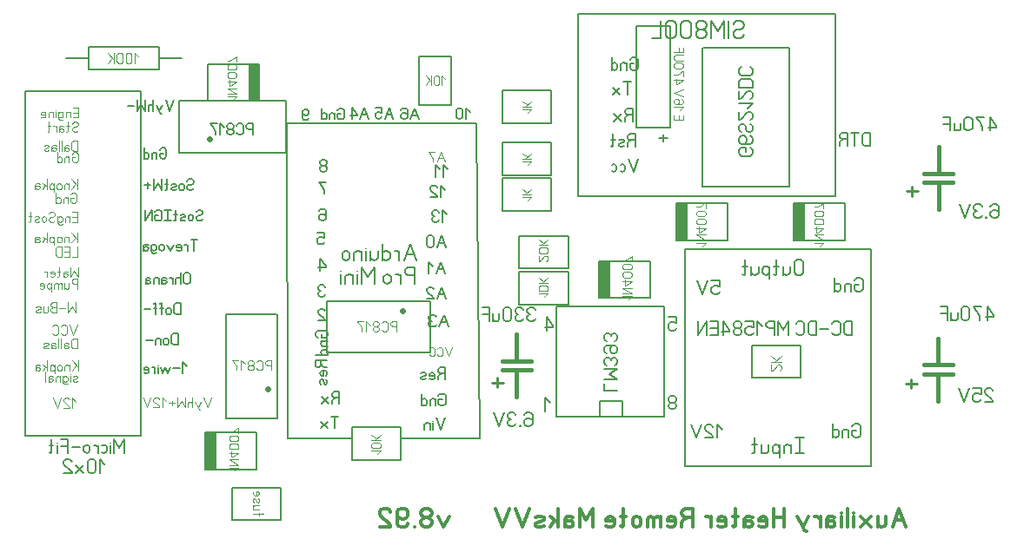
<source format=gbr>
%FSLAX34Y34*%
%MOMM*%
%LNSILK_BOTTOM*%
G71*
G01*
%ADD10C,0.156*%
%ADD11C,0.560*%
%ADD12C,0.133*%
%ADD13C,0.122*%
%ADD14C,0.167*%
%ADD15C,0.144*%
%ADD16C,0.111*%
%ADD17C,0.170*%
%ADD18C,0.200*%
%ADD19C,0.210*%
%ADD20C,0.222*%
%ADD21C,0.189*%
%ADD22C,0.400*%
%ADD23C,0.318*%
%ADD24C,0.100*%
%ADD25C,0.150*%
%LPD*%
G54D10*
X597418Y-179353D02*
X592751Y-191798D01*
X588084Y-179353D01*
G54D10*
X579996Y-185264D02*
X581863Y-184798D01*
X583729Y-185264D01*
X584663Y-186820D01*
X584663Y-189931D01*
X583729Y-191487D01*
X581863Y-191798D01*
X579996Y-191487D01*
G54D10*
X571907Y-185264D02*
X573774Y-184798D01*
X575640Y-185264D01*
X576574Y-186820D01*
X576574Y-189931D01*
X575640Y-191487D01*
X573774Y-191798D01*
X571907Y-191487D01*
G54D10*
X591215Y-161135D02*
X588415Y-162691D01*
X587482Y-164246D01*
X587482Y-167357D01*
G54D10*
X594948Y-167357D02*
X594948Y-154913D01*
X590282Y-154913D01*
X588415Y-155691D01*
X587482Y-157246D01*
X587482Y-158802D01*
X588415Y-160357D01*
X590282Y-161135D01*
X594948Y-161135D01*
G54D10*
X584060Y-166580D02*
X582193Y-167357D01*
X580326Y-167357D01*
X578460Y-166580D01*
X578460Y-165024D01*
X579393Y-164246D01*
X583126Y-163468D01*
X584060Y-162691D01*
X584060Y-161135D01*
X582193Y-160357D01*
X580326Y-160357D01*
X578460Y-161135D01*
G54D10*
X573171Y-154913D02*
X573171Y-166580D01*
X572238Y-167357D01*
X571304Y-167046D01*
G54D10*
X575038Y-160357D02*
X571304Y-160357D01*
G54D10*
X587084Y-116561D02*
X587084Y-104116D01*
G54D10*
X590817Y-104116D02*
X583350Y-104116D01*
G54D10*
X579928Y-109561D02*
X572461Y-116561D01*
G54D10*
X579928Y-116561D02*
X572461Y-109561D01*
G54D10*
X588373Y-136338D02*
X585573Y-137894D01*
X584640Y-139450D01*
X584640Y-142561D01*
G54D10*
X592106Y-142561D02*
X592106Y-130116D01*
X587440Y-130116D01*
X585573Y-130894D01*
X584640Y-132450D01*
X584640Y-134005D01*
X585573Y-135561D01*
X587440Y-136338D01*
X592106Y-136338D01*
G54D10*
X581218Y-135561D02*
X573751Y-142561D01*
G54D10*
X581218Y-142561D02*
X573751Y-135561D01*
G54D10*
X593290Y-86535D02*
X589557Y-86535D01*
X589557Y-90424D01*
X590490Y-91980D01*
X592357Y-92757D01*
X594224Y-92757D01*
X596090Y-91980D01*
X597024Y-90424D01*
X597024Y-82646D01*
X596090Y-81091D01*
X594224Y-80313D01*
X592357Y-80313D01*
X590490Y-81091D01*
X589557Y-82646D01*
G54D10*
X586134Y-92757D02*
X586134Y-85757D01*
G54D10*
X586134Y-87313D02*
X585201Y-86224D01*
X583334Y-85757D01*
X581468Y-86224D01*
X580534Y-87313D01*
X580534Y-92757D01*
G54D10*
X571512Y-92757D02*
X571512Y-80313D01*
G54D10*
X571512Y-87780D02*
X572446Y-86224D01*
X574312Y-85757D01*
X576179Y-86224D01*
X577112Y-87780D01*
X577112Y-90891D01*
X576179Y-92446D01*
X574312Y-92757D01*
X572446Y-92446D01*
X571512Y-90891D01*
G54D11*
X180140Y-159823D02*
X180140Y-159823D01*
G54D12*
X164495Y-207744D02*
X163695Y-209078D01*
X162095Y-209744D01*
X160495Y-209744D01*
X158895Y-209078D01*
X158095Y-207744D01*
X158095Y-206411D01*
X158895Y-205078D01*
X160495Y-204411D01*
X162095Y-204411D01*
X163695Y-203744D01*
X164495Y-202411D01*
X164495Y-201078D01*
X163695Y-199744D01*
X162095Y-199078D01*
X160495Y-199078D01*
X158895Y-199744D01*
X158095Y-201078D01*
G54D12*
X150362Y-208144D02*
X150362Y-205478D01*
X151162Y-204144D01*
X152762Y-203744D01*
X154362Y-204144D01*
X155162Y-205478D01*
X155162Y-208144D01*
X154362Y-209478D01*
X152762Y-209744D01*
X151162Y-209478D01*
X150362Y-208144D01*
G54D12*
X147429Y-209078D02*
X145829Y-209744D01*
X144229Y-209744D01*
X142629Y-209078D01*
X142629Y-207744D01*
X143429Y-207078D01*
X146629Y-206411D01*
X147429Y-205744D01*
X147429Y-204411D01*
X145829Y-203744D01*
X144229Y-203744D01*
X142629Y-204411D01*
G54D12*
X138096Y-199078D02*
X138096Y-209078D01*
X137296Y-209744D01*
X136496Y-209478D01*
G54D12*
X139696Y-203744D02*
X136496Y-203744D01*
G54D12*
X133563Y-199078D02*
X133563Y-209744D01*
X129563Y-203078D01*
X125563Y-209744D01*
X125563Y-199078D01*
G54D12*
X122630Y-205078D02*
X116230Y-205078D01*
G54D12*
X119430Y-202411D02*
X119430Y-207744D01*
G54D12*
X145330Y-121987D02*
X141330Y-132654D01*
X137330Y-121987D01*
G54D12*
X134397Y-126654D02*
X131197Y-132654D01*
X127997Y-126654D01*
G54D12*
X131197Y-132654D02*
X131997Y-134654D01*
X132797Y-135321D01*
X133597Y-135321D01*
G54D12*
X125064Y-132654D02*
X125064Y-121987D01*
G54D12*
X125064Y-128387D02*
X124264Y-127054D01*
X122664Y-126654D01*
X121064Y-127054D01*
X120264Y-128387D01*
X120264Y-132654D01*
G54D12*
X117331Y-121987D02*
X117331Y-132654D01*
X113331Y-125987D01*
X109331Y-132654D01*
X109331Y-121987D01*
G54D12*
X106398Y-127987D02*
X99998Y-127987D01*
G54D12*
X149354Y-360596D02*
X149354Y-349930D01*
X145354Y-349930D01*
X143754Y-350596D01*
X142954Y-351930D01*
X142954Y-358596D01*
X143754Y-359930D01*
X145354Y-360596D01*
X149354Y-360596D01*
G54D12*
X135221Y-358996D02*
X135221Y-356330D01*
X136021Y-354996D01*
X137621Y-354596D01*
X139221Y-354996D01*
X140021Y-356330D01*
X140021Y-358996D01*
X139221Y-360330D01*
X137621Y-360596D01*
X136021Y-360330D01*
X135221Y-358996D01*
G54D12*
X132288Y-360596D02*
X132288Y-354596D01*
G54D12*
X132288Y-355930D02*
X131488Y-354996D01*
X129888Y-354596D01*
X128288Y-354996D01*
X127488Y-355930D01*
X127488Y-360596D01*
G54D12*
X124555Y-355930D02*
X118155Y-355930D01*
G54D12*
X151876Y-330822D02*
X151876Y-320155D01*
X147876Y-320155D01*
X146276Y-320822D01*
X145476Y-322155D01*
X145476Y-328822D01*
X146276Y-330155D01*
X147876Y-330822D01*
X151876Y-330822D01*
G54D12*
X137743Y-329222D02*
X137743Y-326555D01*
X138543Y-325222D01*
X140143Y-324822D01*
X141743Y-325222D01*
X142543Y-326555D01*
X142543Y-329222D01*
X141743Y-330555D01*
X140143Y-330822D01*
X138543Y-330555D01*
X137743Y-329222D01*
G54D12*
X133210Y-330822D02*
X133210Y-320822D01*
X132410Y-320155D01*
X131610Y-320555D01*
G54D12*
X134810Y-324822D02*
X131610Y-324822D01*
G54D12*
X127077Y-330822D02*
X127077Y-320822D01*
X126277Y-320155D01*
X125477Y-320555D01*
G54D12*
X128677Y-324822D02*
X125477Y-324822D01*
G54D12*
X122544Y-326155D02*
X116144Y-326155D01*
G54D12*
X134742Y-173890D02*
X131542Y-173890D01*
X131542Y-177223D01*
X132342Y-178557D01*
X133942Y-179223D01*
X135542Y-179223D01*
X137142Y-178557D01*
X137942Y-177223D01*
X137942Y-170557D01*
X137142Y-169223D01*
X135542Y-168557D01*
X133942Y-168557D01*
X132342Y-169223D01*
X131542Y-170557D01*
G54D12*
X128609Y-179223D02*
X128609Y-173223D01*
G54D12*
X128609Y-174557D02*
X127809Y-173623D01*
X126209Y-173223D01*
X124609Y-173623D01*
X123809Y-174557D01*
X123809Y-179223D01*
G54D12*
X116076Y-179223D02*
X116076Y-168557D01*
G54D12*
X116076Y-174957D02*
X116876Y-173623D01*
X118476Y-173223D01*
X120076Y-173623D01*
X120876Y-174957D01*
X120876Y-177623D01*
X120076Y-178957D01*
X118476Y-179223D01*
X116876Y-178957D01*
X116076Y-177623D01*
G54D13*
X51585Y-171596D02*
X51585Y-161818D01*
X47918Y-161818D01*
X46451Y-162429D01*
X45718Y-163652D01*
X45718Y-169763D01*
X46451Y-170985D01*
X47918Y-171596D01*
X51585Y-171596D01*
G54D13*
X43029Y-166707D02*
X41562Y-166096D01*
X39802Y-166096D01*
X38629Y-167318D01*
X38629Y-171596D01*
G54D13*
X38629Y-169763D02*
X39362Y-168540D01*
X40829Y-168296D01*
X42295Y-168540D01*
X43029Y-169763D01*
X42735Y-170985D01*
X41562Y-171596D01*
X40829Y-171596D01*
X40535Y-171596D01*
X39362Y-170985D01*
X38629Y-169763D01*
G54D13*
X35940Y-171596D02*
X35940Y-161818D01*
G54D13*
X33251Y-171596D02*
X33251Y-161818D01*
G54D13*
X30562Y-166707D02*
X29095Y-166096D01*
X27335Y-166096D01*
X26162Y-167318D01*
X26162Y-171596D01*
G54D13*
X26162Y-169763D02*
X26895Y-168540D01*
X28362Y-168296D01*
X29828Y-168540D01*
X30562Y-169763D01*
X30268Y-170985D01*
X29095Y-171596D01*
X28362Y-171596D01*
X28068Y-171596D01*
X26895Y-170985D01*
X26162Y-169763D01*
G54D13*
X23473Y-170985D02*
X22006Y-171596D01*
X20539Y-171596D01*
X19073Y-170985D01*
X19073Y-169763D01*
X19806Y-169152D01*
X22739Y-168540D01*
X23473Y-167929D01*
X23473Y-166707D01*
X22006Y-166096D01*
X20539Y-166096D01*
X19073Y-166707D01*
G54D12*
X157926Y-381790D02*
X153926Y-377790D01*
X153926Y-388456D01*
G54D12*
X150993Y-383790D02*
X144593Y-383790D01*
G54D12*
X141660Y-382456D02*
X139260Y-388456D01*
X136860Y-382456D01*
X134460Y-388456D01*
X132860Y-382456D01*
G54D12*
X129927Y-388456D02*
X129927Y-382456D01*
G54D12*
X129927Y-380456D02*
X129927Y-380456D01*
G54D12*
X126994Y-388456D02*
X126994Y-382456D01*
G54D12*
X126994Y-383790D02*
X125394Y-382456D01*
X123794Y-382456D01*
G54D12*
X116061Y-387790D02*
X117341Y-388456D01*
X118941Y-388456D01*
X120541Y-387790D01*
X120861Y-386456D01*
X120861Y-384190D01*
X120061Y-382856D01*
X118461Y-382456D01*
X116861Y-382856D01*
X116061Y-383790D01*
X116061Y-385123D01*
X120861Y-385123D01*
G54D13*
X51087Y-364329D02*
X51087Y-354551D01*
X47420Y-354551D01*
X45954Y-355162D01*
X45220Y-356385D01*
X45220Y-362496D01*
X45954Y-363718D01*
X47420Y-364329D01*
X51087Y-364329D01*
G54D13*
X42531Y-359440D02*
X41064Y-358829D01*
X39304Y-358829D01*
X38131Y-360051D01*
X38131Y-364329D01*
G54D13*
X38131Y-362496D02*
X38864Y-361274D01*
X40331Y-361029D01*
X41798Y-361274D01*
X42531Y-362496D01*
X42238Y-363718D01*
X41064Y-364329D01*
X40331Y-364329D01*
X40038Y-364329D01*
X38864Y-363718D01*
X38131Y-362496D01*
G54D13*
X35442Y-364329D02*
X35442Y-354551D01*
G54D13*
X32753Y-364329D02*
X32753Y-354551D01*
G54D13*
X30064Y-359440D02*
X28597Y-358829D01*
X26837Y-358829D01*
X25664Y-360051D01*
X25664Y-364329D01*
G54D13*
X25664Y-362496D02*
X26397Y-361274D01*
X27864Y-361029D01*
X29331Y-361274D01*
X30064Y-362496D01*
X29771Y-363718D01*
X28597Y-364329D01*
X27864Y-364329D01*
X27571Y-364329D01*
X26397Y-363718D01*
X25664Y-362496D01*
G54D13*
X22975Y-363718D02*
X21508Y-364329D01*
X20042Y-364329D01*
X18575Y-363718D01*
X18575Y-362496D01*
X19308Y-361885D01*
X22242Y-361274D01*
X22975Y-360662D01*
X22975Y-359440D01*
X21508Y-358829D01*
X20042Y-358829D01*
X18575Y-359440D01*
G54D13*
X49905Y-416058D02*
X46239Y-412391D01*
X46239Y-422169D01*
G54D13*
X37683Y-422169D02*
X43549Y-422169D01*
X43549Y-421558D01*
X42816Y-420336D01*
X38416Y-416669D01*
X37683Y-415447D01*
X37683Y-414225D01*
X38416Y-413002D01*
X39883Y-412391D01*
X41349Y-412391D01*
X42816Y-413002D01*
X43549Y-414225D01*
G54D13*
X34993Y-412391D02*
X31327Y-422169D01*
X27660Y-412391D01*
G54D14*
X668741Y-297825D02*
X676741Y-297825D01*
X676741Y-303658D01*
X675741Y-303658D01*
X673741Y-302825D01*
X671741Y-302825D01*
X669741Y-303658D01*
X668741Y-305325D01*
X668741Y-308658D01*
X669741Y-310325D01*
X671741Y-311158D01*
X673741Y-311158D01*
X675741Y-310325D01*
X676741Y-308658D01*
G54D14*
X665074Y-297825D02*
X660074Y-311158D01*
X655074Y-297825D01*
G54D15*
X286464Y-230324D02*
X287330Y-228879D01*
X289064Y-228157D01*
X290797Y-228157D01*
X292530Y-228879D01*
X293397Y-230324D01*
X293397Y-233935D01*
X293397Y-234657D01*
X290797Y-233213D01*
X289064Y-233213D01*
X287330Y-233935D01*
X286464Y-235379D01*
X286464Y-237546D01*
X287330Y-238990D01*
X289064Y-239713D01*
X290797Y-239713D01*
X292530Y-238990D01*
X293397Y-237546D01*
X293397Y-233935D01*
G54D12*
X433497Y-133950D02*
X429497Y-129950D01*
X429497Y-140616D01*
G54D12*
X420164Y-131950D02*
X420164Y-138616D01*
X420964Y-139950D01*
X422564Y-140616D01*
X424164Y-140616D01*
X425764Y-139950D01*
X426564Y-138616D01*
X426564Y-131950D01*
X425764Y-130616D01*
X424164Y-129950D01*
X422564Y-129950D01*
X420964Y-130616D01*
X420164Y-131950D01*
G54D15*
X411736Y-189946D02*
X407402Y-185612D01*
X407402Y-197168D01*
G54D15*
X404225Y-189946D02*
X399892Y-185612D01*
X399892Y-197168D01*
G54D15*
X409487Y-209643D02*
X405154Y-205310D01*
X405154Y-216865D01*
G54D15*
X395043Y-216865D02*
X401976Y-216865D01*
X401976Y-216143D01*
X401109Y-214698D01*
X395909Y-210365D01*
X395043Y-208921D01*
X395043Y-207476D01*
X395909Y-206032D01*
X397643Y-205310D01*
X399376Y-205310D01*
X401109Y-206032D01*
X401976Y-207476D01*
G54D15*
X410820Y-233958D02*
X406486Y-229625D01*
X406486Y-241181D01*
G54D15*
X403309Y-231792D02*
X402442Y-230347D01*
X400709Y-229625D01*
X398975Y-229625D01*
X397242Y-230347D01*
X396375Y-231792D01*
X396375Y-233236D01*
X397242Y-234681D01*
X398975Y-235403D01*
X397242Y-236125D01*
X396375Y-237569D01*
X396375Y-239014D01*
X397242Y-240458D01*
X398975Y-241181D01*
X400709Y-241181D01*
X402442Y-240458D01*
X403309Y-239014D01*
G54D16*
X416128Y-363013D02*
X412795Y-371902D01*
X409462Y-363013D01*
G54D16*
X401684Y-370236D02*
X402351Y-371347D01*
X403684Y-371902D01*
X405017Y-371902D01*
X406351Y-371347D01*
X407017Y-370236D01*
X407017Y-364680D01*
X406351Y-363569D01*
X405017Y-363013D01*
X403684Y-363013D01*
X402351Y-363569D01*
X401684Y-364680D01*
G54D16*
X393907Y-370236D02*
X394574Y-371347D01*
X395907Y-371902D01*
X397240Y-371902D01*
X398574Y-371347D01*
X399240Y-370236D01*
X399240Y-364680D01*
X398574Y-363569D01*
X397240Y-363013D01*
X395907Y-363013D01*
X394574Y-363569D01*
X393907Y-364680D01*
G54D15*
X288568Y-379025D02*
X290013Y-381625D01*
X291457Y-382492D01*
X294346Y-382492D01*
G54D15*
X294346Y-375558D02*
X282791Y-375558D01*
X282791Y-379892D01*
X283513Y-381625D01*
X284957Y-382492D01*
X286402Y-382492D01*
X287846Y-381625D01*
X288568Y-379892D01*
X288568Y-375558D01*
G54D15*
X293624Y-390869D02*
X294346Y-389483D01*
X294346Y-387749D01*
X293624Y-386016D01*
X292179Y-385669D01*
X289724Y-385669D01*
X288279Y-386536D01*
X287846Y-388269D01*
X288279Y-390003D01*
X289291Y-390869D01*
X290735Y-390869D01*
X290735Y-385669D01*
G54D15*
X293624Y-394047D02*
X294346Y-395781D01*
X294346Y-397514D01*
X293624Y-399247D01*
X292179Y-399247D01*
X291457Y-398381D01*
X290735Y-394914D01*
X290013Y-394047D01*
X288568Y-394047D01*
X287846Y-395781D01*
X287846Y-397514D01*
X288568Y-399247D01*
G54D15*
X289186Y-350358D02*
X289186Y-353824D01*
X292797Y-353824D01*
X294241Y-352958D01*
X294963Y-351224D01*
X294963Y-349491D01*
X294241Y-347758D01*
X292797Y-346891D01*
X285574Y-346891D01*
X284130Y-347758D01*
X283408Y-349491D01*
X283408Y-351224D01*
X284130Y-352958D01*
X285574Y-353824D01*
G54D15*
X294963Y-357002D02*
X288463Y-357002D01*
G54D15*
X289908Y-357002D02*
X288897Y-357868D01*
X288463Y-359602D01*
X288897Y-361335D01*
X289908Y-362202D01*
X294963Y-362202D01*
G54D15*
X294963Y-370580D02*
X283408Y-370580D01*
G54D15*
X290341Y-370580D02*
X288897Y-369713D01*
X288463Y-367980D01*
X288897Y-366246D01*
X290341Y-365380D01*
X293230Y-365380D01*
X294674Y-366246D01*
X294963Y-367980D01*
X294674Y-369713D01*
X293230Y-370580D01*
G54D15*
X409647Y-431756D02*
X405314Y-443312D01*
X400980Y-431756D01*
G54D15*
X397802Y-443312D02*
X397802Y-436812D01*
G54D15*
X397802Y-434645D02*
X397802Y-434645D01*
G54D15*
X394624Y-443312D02*
X394624Y-436812D01*
G54D15*
X394624Y-438256D02*
X393757Y-437245D01*
X392024Y-436812D01*
X390291Y-437245D01*
X389424Y-438256D01*
X389424Y-443312D01*
G54D15*
X302812Y-412305D02*
X300212Y-413750D01*
X299345Y-415194D01*
X299345Y-418083D01*
G54D15*
X306279Y-418083D02*
X306279Y-406528D01*
X301945Y-406528D01*
X300212Y-407250D01*
X299345Y-408694D01*
X299345Y-410139D01*
X300212Y-411583D01*
X301945Y-412305D01*
X306279Y-412305D01*
G54D15*
X296168Y-411583D02*
X289234Y-418083D01*
G54D15*
X296168Y-418083D02*
X289234Y-411583D01*
G54D15*
X301605Y-442199D02*
X301605Y-430644D01*
G54D15*
X305072Y-430644D02*
X298139Y-430644D01*
G54D15*
X294961Y-435699D02*
X288028Y-442199D01*
G54D15*
X294961Y-442199D02*
X288028Y-435699D01*
G54D15*
X406402Y-414178D02*
X402935Y-414178D01*
X402935Y-417789D01*
X403802Y-419233D01*
X405535Y-419956D01*
X407268Y-419956D01*
X409002Y-419233D01*
X409868Y-417789D01*
X409868Y-410567D01*
X409002Y-409122D01*
X407268Y-408400D01*
X405535Y-408400D01*
X403802Y-409122D01*
X402935Y-410567D01*
G54D15*
X399757Y-419956D02*
X399757Y-413456D01*
G54D15*
X399757Y-414900D02*
X398891Y-413889D01*
X397157Y-413456D01*
X395424Y-413889D01*
X394557Y-414900D01*
X394557Y-419956D01*
G54D15*
X386179Y-419956D02*
X386179Y-408400D01*
G54D15*
X386179Y-415333D02*
X387046Y-413889D01*
X388779Y-413456D01*
X390513Y-413889D01*
X391379Y-415333D01*
X391379Y-418222D01*
X390513Y-419667D01*
X388779Y-419956D01*
X387046Y-419667D01*
X386179Y-418222D01*
G54D15*
X293758Y-201878D02*
X286825Y-201878D01*
X287692Y-203322D01*
X289425Y-205489D01*
X291158Y-208378D01*
X292025Y-210544D01*
X292025Y-213433D01*
G54D15*
X291797Y-185935D02*
X290064Y-185935D01*
X288331Y-185213D01*
X287464Y-183768D01*
X287464Y-182324D01*
X288331Y-180879D01*
X290064Y-180157D01*
X291797Y-180157D01*
X293531Y-180879D01*
X294397Y-182324D01*
X294397Y-183768D01*
X293531Y-185213D01*
X291797Y-185935D01*
X293531Y-186657D01*
X294397Y-188102D01*
X294397Y-189546D01*
X293531Y-190990D01*
X291797Y-191713D01*
X290064Y-191713D01*
X288331Y-190990D01*
X287464Y-189546D01*
X287464Y-188102D01*
X288331Y-186657D01*
X290064Y-185935D01*
G54D12*
X276739Y-139670D02*
X275939Y-141004D01*
X274339Y-141670D01*
X272739Y-141670D01*
X271139Y-141004D01*
X270339Y-139670D01*
X270339Y-136337D01*
X270339Y-135670D01*
X272739Y-137004D01*
X274339Y-137004D01*
X275939Y-136337D01*
X276739Y-135004D01*
X276739Y-133004D01*
X275939Y-131670D01*
X274339Y-131004D01*
X272739Y-131004D01*
X271139Y-131670D01*
X270339Y-133004D01*
X270339Y-136337D01*
G54D15*
X406008Y-388715D02*
X403408Y-390159D01*
X402542Y-391604D01*
X402542Y-394493D01*
G54D15*
X409475Y-394493D02*
X409475Y-382937D01*
X405142Y-382937D01*
X403408Y-383659D01*
X402542Y-385104D01*
X402542Y-386548D01*
X403408Y-387993D01*
X405142Y-388715D01*
X409475Y-388715D01*
G54D15*
X394164Y-393770D02*
X395551Y-394493D01*
X397284Y-394493D01*
X399017Y-393770D01*
X399364Y-392326D01*
X399364Y-389870D01*
X398497Y-388426D01*
X396764Y-387993D01*
X395031Y-388426D01*
X394164Y-389437D01*
X394164Y-390882D01*
X399364Y-390882D01*
G54D15*
X390986Y-393770D02*
X389253Y-394493D01*
X387519Y-394493D01*
X385786Y-393770D01*
X385786Y-392326D01*
X386653Y-391604D01*
X390119Y-390882D01*
X390986Y-390159D01*
X390986Y-388715D01*
X389253Y-387993D01*
X387519Y-387993D01*
X385786Y-388715D01*
G54D15*
X285530Y-337202D02*
X292463Y-337202D01*
X292463Y-336480D01*
X291596Y-335035D01*
X286396Y-330702D01*
X285530Y-329257D01*
X285530Y-327813D01*
X286396Y-326368D01*
X288130Y-325646D01*
X289863Y-325646D01*
X291596Y-326368D01*
X292463Y-327813D01*
G54D15*
X412435Y-343165D02*
X408102Y-331609D01*
X403768Y-343165D01*
G54D15*
X410702Y-338831D02*
X405502Y-338831D01*
G54D15*
X400590Y-333776D02*
X399723Y-332331D01*
X397990Y-331609D01*
X396257Y-331609D01*
X394523Y-332331D01*
X393657Y-333776D01*
X393657Y-335220D01*
X394523Y-336665D01*
X396257Y-337387D01*
X394523Y-338109D01*
X393657Y-339554D01*
X393657Y-340998D01*
X394523Y-342442D01*
X396257Y-343165D01*
X397990Y-343165D01*
X399723Y-342442D01*
X400590Y-340998D01*
G54D15*
X292484Y-304589D02*
X291617Y-303145D01*
X289884Y-302422D01*
X288150Y-302422D01*
X286417Y-303145D01*
X285550Y-304589D01*
X285550Y-306034D01*
X286417Y-307478D01*
X288150Y-308200D01*
X286417Y-308922D01*
X285550Y-310367D01*
X285550Y-311811D01*
X286417Y-313256D01*
X288150Y-313978D01*
X289884Y-313978D01*
X291617Y-313256D01*
X292484Y-311811D01*
G54D15*
X410525Y-316012D02*
X406191Y-304457D01*
X401858Y-316012D01*
G54D15*
X408791Y-311679D02*
X403591Y-311679D01*
G54D15*
X391746Y-316012D02*
X398680Y-316012D01*
X398680Y-315290D01*
X397813Y-313846D01*
X392613Y-309512D01*
X391746Y-308068D01*
X391746Y-306624D01*
X392613Y-305179D01*
X394346Y-304457D01*
X396080Y-304457D01*
X397813Y-305179D01*
X398680Y-306624D01*
G54D15*
X287802Y-288246D02*
X287802Y-276691D01*
X293002Y-283913D01*
X293002Y-285358D01*
X286069Y-285358D01*
G54D15*
X409636Y-291340D02*
X405302Y-279785D01*
X400969Y-291340D01*
G54D15*
X407902Y-287007D02*
X402702Y-287007D01*
G54D15*
X397791Y-284118D02*
X393457Y-279785D01*
X393457Y-291340D01*
G54D15*
X285164Y-251157D02*
X292097Y-251157D01*
X292097Y-256213D01*
X291230Y-256213D01*
X289497Y-255490D01*
X287764Y-255490D01*
X286030Y-256213D01*
X285164Y-257657D01*
X285164Y-260546D01*
X286030Y-261990D01*
X287764Y-262713D01*
X289497Y-262713D01*
X291230Y-261990D01*
X292097Y-260546D01*
G54D15*
X410343Y-265759D02*
X406010Y-254203D01*
X401677Y-265759D01*
G54D15*
X408610Y-261425D02*
X403410Y-261425D01*
G54D15*
X391565Y-256370D02*
X391565Y-263592D01*
X392432Y-265036D01*
X394165Y-265759D01*
X395898Y-265759D01*
X397632Y-265036D01*
X398498Y-263592D01*
X398498Y-256370D01*
X397632Y-254925D01*
X395898Y-254203D01*
X394165Y-254203D01*
X392432Y-254925D01*
X391565Y-256370D01*
G54D12*
X154934Y-292697D02*
X154934Y-299363D01*
X155734Y-300697D01*
X157334Y-301363D01*
X158934Y-301363D01*
X160534Y-300697D01*
X161334Y-299363D01*
X161334Y-292697D01*
X160534Y-291363D01*
X158934Y-290697D01*
X157334Y-290697D01*
X155734Y-291363D01*
X154934Y-292697D01*
G54D12*
X152001Y-301363D02*
X152001Y-290697D01*
G54D12*
X152001Y-297097D02*
X151201Y-295763D01*
X149601Y-295363D01*
X148001Y-295763D01*
X147201Y-297097D01*
X147201Y-301363D01*
G54D12*
X144268Y-301363D02*
X144268Y-295363D01*
G54D12*
X144268Y-296697D02*
X142668Y-295363D01*
X141068Y-295363D01*
G54D12*
X138135Y-296030D02*
X136535Y-295363D01*
X134615Y-295363D01*
X133335Y-296697D01*
X133335Y-301363D01*
G54D12*
X133335Y-299363D02*
X134135Y-298030D01*
X135735Y-297763D01*
X137335Y-298030D01*
X138135Y-299363D01*
X137815Y-300697D01*
X136535Y-301363D01*
X135735Y-301363D01*
X135415Y-301363D01*
X134135Y-300697D01*
X133335Y-299363D01*
G54D12*
X130402Y-301363D02*
X130402Y-295363D01*
G54D12*
X130402Y-296697D02*
X129602Y-295763D01*
X128002Y-295363D01*
X126402Y-295763D01*
X125602Y-296697D01*
X125602Y-301363D01*
G54D12*
X122669Y-296030D02*
X121069Y-295363D01*
X119149Y-295363D01*
X117869Y-296697D01*
X117869Y-301363D01*
G54D12*
X117869Y-299363D02*
X118669Y-298030D01*
X120269Y-297763D01*
X121869Y-298030D01*
X122669Y-299363D01*
X122349Y-300697D01*
X121069Y-301363D01*
X120269Y-301363D01*
X119949Y-301363D01*
X118669Y-300697D01*
X117869Y-299363D01*
G54D12*
X165041Y-268773D02*
X165041Y-258107D01*
G54D12*
X168241Y-258107D02*
X161841Y-258107D01*
G54D12*
X158908Y-268773D02*
X158908Y-262773D01*
G54D12*
X158908Y-264107D02*
X157308Y-262773D01*
X155708Y-262773D01*
G54D12*
X147975Y-268107D02*
X149255Y-268773D01*
X150855Y-268773D01*
X152455Y-268107D01*
X152775Y-266773D01*
X152775Y-264507D01*
X151975Y-263173D01*
X150375Y-262773D01*
X148775Y-263173D01*
X147975Y-264107D01*
X147975Y-265440D01*
X152775Y-265440D01*
G54D12*
X145042Y-262773D02*
X141842Y-268773D01*
X138642Y-262773D01*
G54D12*
X130909Y-267173D02*
X130909Y-264507D01*
X131709Y-263173D01*
X133309Y-262773D01*
X134909Y-263173D01*
X135709Y-264507D01*
X135709Y-267173D01*
X134909Y-268507D01*
X133309Y-268773D01*
X131709Y-268507D01*
X130909Y-267173D01*
G54D12*
X127976Y-270773D02*
X126376Y-271440D01*
X125256Y-271440D01*
X123656Y-270773D01*
X123176Y-269440D01*
X123176Y-262773D01*
G54D12*
X123176Y-264507D02*
X123976Y-263173D01*
X125576Y-262773D01*
X127176Y-263173D01*
X127976Y-264507D01*
X127976Y-267173D01*
X127176Y-268507D01*
X125576Y-268773D01*
X123976Y-268507D01*
X123176Y-267173D01*
G54D12*
X120243Y-263440D02*
X118643Y-262773D01*
X116723Y-262773D01*
X115443Y-264107D01*
X115443Y-268773D01*
G54D12*
X115443Y-266773D02*
X116243Y-265440D01*
X117843Y-265173D01*
X119443Y-265440D01*
X120243Y-266773D01*
X119923Y-268107D01*
X118643Y-268773D01*
X117843Y-268773D01*
X117523Y-268773D01*
X116243Y-268107D01*
X115443Y-266773D01*
G54D12*
X173426Y-237782D02*
X172626Y-239116D01*
X171026Y-239782D01*
X169426Y-239782D01*
X167826Y-239116D01*
X167026Y-237782D01*
X167026Y-236449D01*
X167826Y-235116D01*
X169426Y-234449D01*
X171026Y-234449D01*
X172626Y-233782D01*
X173426Y-232449D01*
X173426Y-231116D01*
X172626Y-229782D01*
X171026Y-229116D01*
X169426Y-229116D01*
X167826Y-229782D01*
X167026Y-231116D01*
G54D12*
X159294Y-238182D02*
X159294Y-235516D01*
X160094Y-234182D01*
X161694Y-233782D01*
X163294Y-234182D01*
X164094Y-235516D01*
X164094Y-238182D01*
X163294Y-239516D01*
X161694Y-239782D01*
X160094Y-239516D01*
X159294Y-238182D01*
G54D12*
X156360Y-239116D02*
X154760Y-239782D01*
X153160Y-239782D01*
X151560Y-239116D01*
X151560Y-237782D01*
X152360Y-237116D01*
X155560Y-236449D01*
X156360Y-235782D01*
X156360Y-234449D01*
X154760Y-233782D01*
X153160Y-233782D01*
X151560Y-234449D01*
G54D12*
X147028Y-229116D02*
X147028Y-239116D01*
X146228Y-239782D01*
X145428Y-239516D01*
G54D12*
X148628Y-233782D02*
X145428Y-233782D01*
G54D12*
X142494Y-239782D02*
X136094Y-239782D01*
G54D12*
X139294Y-239782D02*
X139294Y-229116D01*
G54D12*
X142494Y-229116D02*
X136094Y-229116D01*
G54D12*
X129962Y-234449D02*
X126762Y-234449D01*
X126762Y-237782D01*
X127562Y-239116D01*
X129162Y-239782D01*
X130762Y-239782D01*
X132362Y-239116D01*
X133162Y-237782D01*
X133162Y-231116D01*
X132362Y-229782D01*
X130762Y-229116D01*
X129162Y-229116D01*
X127562Y-229782D01*
X126762Y-231116D01*
G54D12*
X123828Y-239782D02*
X123828Y-229116D01*
X117428Y-239782D01*
X117428Y-229116D01*
G54D13*
X46290Y-240944D02*
X51423Y-240944D01*
X51423Y-231166D01*
X46290Y-231166D01*
G54D13*
X51423Y-236055D02*
X46290Y-236055D01*
G54D13*
X43601Y-240944D02*
X43601Y-235444D01*
G54D13*
X43601Y-236666D02*
X42868Y-235811D01*
X41401Y-235444D01*
X39934Y-235811D01*
X39201Y-236666D01*
X39201Y-240944D01*
G54D13*
X36512Y-242777D02*
X35045Y-243388D01*
X34019Y-243388D01*
X32552Y-242777D01*
X32112Y-241555D01*
X32112Y-235444D01*
G54D13*
X32112Y-237033D02*
X32845Y-235811D01*
X34312Y-235444D01*
X35779Y-235811D01*
X36512Y-237033D01*
X36512Y-239477D01*
X35779Y-240700D01*
X34312Y-240944D01*
X32845Y-240700D01*
X32112Y-239477D01*
G54D13*
X29423Y-239111D02*
X28690Y-240333D01*
X27223Y-240944D01*
X25756Y-240944D01*
X24290Y-240333D01*
X23556Y-239111D01*
X23556Y-237888D01*
X24290Y-236666D01*
X25756Y-236055D01*
X27223Y-236055D01*
X28690Y-235444D01*
X29423Y-234222D01*
X29423Y-233000D01*
X28690Y-231777D01*
X27223Y-231166D01*
X25756Y-231166D01*
X24290Y-231777D01*
X23556Y-233000D01*
G54D13*
X16467Y-239477D02*
X16467Y-237033D01*
X17200Y-235811D01*
X18667Y-235444D01*
X20134Y-235811D01*
X20867Y-237033D01*
X20867Y-239477D01*
X20134Y-240700D01*
X18667Y-240944D01*
X17200Y-240700D01*
X16467Y-239477D01*
G54D13*
X13778Y-240333D02*
X12311Y-240944D01*
X10845Y-240944D01*
X9378Y-240333D01*
X9378Y-239111D01*
X10111Y-238500D01*
X13045Y-237888D01*
X13778Y-237277D01*
X13778Y-236055D01*
X12311Y-235444D01*
X10845Y-235444D01*
X9378Y-236055D01*
G54D13*
X5222Y-231166D02*
X5222Y-240333D01*
X4489Y-240944D01*
X3756Y-240700D01*
G54D13*
X6689Y-235444D02*
X3756Y-235444D01*
G54D17*
X679167Y-443190D02*
X674167Y-438190D01*
X674167Y-451524D01*
G54D17*
X662467Y-451524D02*
X670467Y-451524D01*
X670467Y-450690D01*
X669467Y-449024D01*
X663467Y-444024D01*
X662467Y-442357D01*
X662467Y-440690D01*
X663467Y-439024D01*
X665467Y-438190D01*
X667467Y-438190D01*
X669467Y-439024D01*
X670467Y-440690D01*
G54D17*
X658767Y-438190D02*
X653767Y-451524D01*
X648767Y-438190D01*
G54D17*
X511854Y-417223D02*
X506854Y-412223D01*
X506854Y-425556D01*
G54D17*
X508512Y-346610D02*
X508512Y-333276D01*
X514512Y-341610D01*
X514512Y-343276D01*
X506512Y-343276D01*
G54D17*
X626856Y-333827D02*
X634856Y-333827D01*
X634856Y-339661D01*
X633856Y-339661D01*
X631856Y-338827D01*
X629856Y-338827D01*
X627856Y-339661D01*
X626856Y-341327D01*
X626856Y-344661D01*
X627856Y-346327D01*
X629856Y-347161D01*
X631856Y-347161D01*
X633856Y-346327D01*
X634856Y-344661D01*
G54D17*
X631807Y-416921D02*
X629807Y-416921D01*
X627807Y-416088D01*
X626807Y-414421D01*
X626807Y-412754D01*
X627807Y-411088D01*
X629807Y-410254D01*
X631807Y-410254D01*
X633807Y-411088D01*
X634807Y-412754D01*
X634807Y-414421D01*
X633807Y-416088D01*
X631807Y-416921D01*
X633807Y-417754D01*
X634807Y-419421D01*
X634807Y-421088D01*
X633807Y-422754D01*
X631807Y-423588D01*
X629807Y-423588D01*
X627807Y-422754D01*
X626807Y-421088D01*
X626807Y-419421D01*
X627807Y-417754D01*
X629807Y-416921D01*
G54D13*
X46934Y-139037D02*
X52067Y-139037D01*
X52067Y-129259D01*
X46934Y-129259D01*
G54D13*
X52067Y-134148D02*
X46934Y-134148D01*
G54D13*
X44245Y-139037D02*
X44245Y-133537D01*
G54D13*
X44245Y-134759D02*
X43512Y-133904D01*
X42045Y-133537D01*
X40579Y-133904D01*
X39845Y-134759D01*
X39845Y-139037D01*
G54D13*
X37156Y-140870D02*
X35690Y-141481D01*
X34663Y-141481D01*
X33196Y-140870D01*
X32756Y-139648D01*
X32756Y-133537D01*
G54D13*
X32756Y-135126D02*
X33490Y-133904D01*
X34956Y-133537D01*
X36423Y-133904D01*
X37156Y-135126D01*
X37156Y-137570D01*
X36423Y-138793D01*
X34956Y-139037D01*
X33490Y-138793D01*
X32756Y-137570D01*
G54D13*
X30067Y-139037D02*
X30067Y-133537D01*
G54D13*
X30067Y-131704D02*
X30067Y-131704D01*
G54D13*
X27378Y-139037D02*
X27378Y-133537D01*
G54D13*
X27378Y-134759D02*
X26645Y-133904D01*
X25178Y-133537D01*
X23712Y-133904D01*
X22978Y-134759D01*
X22978Y-139037D01*
G54D13*
X15889Y-138426D02*
X17063Y-139037D01*
X18529Y-139037D01*
X19996Y-138426D01*
X20289Y-137204D01*
X20289Y-135126D01*
X19556Y-133904D01*
X18089Y-133537D01*
X16623Y-133904D01*
X15889Y-134759D01*
X15889Y-135981D01*
X20289Y-135981D01*
G54D13*
X49484Y-319435D02*
X49484Y-329213D01*
X45817Y-323102D01*
X42150Y-329213D01*
X42150Y-319435D01*
G54D13*
X39462Y-324935D02*
X33595Y-324935D01*
G54D13*
X30906Y-329213D02*
X30906Y-319435D01*
X27239Y-319435D01*
X25772Y-320046D01*
X25039Y-321268D01*
X25039Y-322490D01*
X25772Y-323713D01*
X27239Y-324324D01*
X25772Y-324935D01*
X25039Y-326157D01*
X25039Y-327379D01*
X25772Y-328602D01*
X27239Y-329213D01*
X30906Y-329213D01*
G54D13*
X30906Y-324324D02*
X27239Y-324324D01*
G54D13*
X17950Y-323713D02*
X17950Y-329213D01*
G54D13*
X17950Y-327990D02*
X18683Y-328968D01*
X20150Y-329213D01*
X21616Y-328968D01*
X22350Y-327990D01*
X22350Y-323713D01*
G54D13*
X15260Y-328602D02*
X13794Y-329213D01*
X12327Y-329213D01*
X10860Y-328602D01*
X10860Y-327379D01*
X11594Y-326768D01*
X14527Y-326157D01*
X15260Y-325546D01*
X15260Y-324324D01*
X13794Y-323713D01*
X12327Y-323713D01*
X10860Y-324324D01*
G54D13*
X181745Y-412143D02*
X178078Y-421920D01*
X174411Y-412143D01*
G54D13*
X171723Y-416420D02*
X168789Y-421920D01*
X165856Y-416420D01*
G54D13*
X168789Y-421920D02*
X169523Y-423754D01*
X170256Y-424365D01*
X170989Y-424365D01*
G54D13*
X163167Y-421920D02*
X163167Y-412143D01*
G54D13*
X163167Y-418009D02*
X162433Y-416787D01*
X160967Y-416420D01*
X159500Y-416787D01*
X158767Y-418009D01*
X158767Y-421920D01*
G54D13*
X156078Y-412143D02*
X156078Y-421920D01*
X152411Y-415809D01*
X148744Y-421920D01*
X148744Y-412143D01*
G54D13*
X146056Y-417643D02*
X140189Y-417643D01*
G54D13*
X143122Y-415198D02*
X143122Y-420087D01*
G54D13*
X137500Y-415809D02*
X133833Y-412143D01*
X133833Y-421920D01*
G54D13*
X125277Y-421920D02*
X131144Y-421920D01*
X131144Y-421309D01*
X130410Y-420087D01*
X126010Y-416420D01*
X125277Y-415198D01*
X125277Y-413976D01*
X126010Y-412754D01*
X127477Y-412143D01*
X128944Y-412143D01*
X130410Y-412754D01*
X131144Y-413976D01*
G54D13*
X122588Y-412143D02*
X118921Y-421920D01*
X115254Y-412143D01*
G54D11*
X236734Y-403505D02*
X236734Y-403505D01*
G54D18*
X150058Y-123716D02*
X150058Y-173424D01*
X254508Y-173424D01*
X254508Y-122960D01*
X150185Y-122960D01*
G54D12*
X222161Y-155744D02*
X222161Y-145077D01*
X218161Y-145077D01*
X216561Y-145744D01*
X215761Y-147077D01*
X215761Y-148411D01*
X216561Y-149744D01*
X218161Y-150411D01*
X222161Y-150411D01*
G54D12*
X206428Y-153744D02*
X207228Y-155077D01*
X208828Y-155744D01*
X210428Y-155744D01*
X212028Y-155077D01*
X212828Y-153744D01*
X212828Y-147077D01*
X212028Y-145744D01*
X210428Y-145077D01*
X208828Y-145077D01*
X207228Y-145744D01*
X206428Y-147077D01*
G54D12*
X199495Y-150411D02*
X201095Y-150411D01*
X202695Y-149744D01*
X203495Y-148411D01*
X203495Y-147077D01*
X202695Y-145744D01*
X201095Y-145077D01*
X199495Y-145077D01*
X197895Y-145744D01*
X197095Y-147077D01*
X197095Y-148411D01*
X197895Y-149744D01*
X199495Y-150411D01*
X197895Y-151077D01*
X197095Y-152411D01*
X197095Y-153744D01*
X197895Y-155077D01*
X199495Y-155744D01*
X201095Y-155744D01*
X202695Y-155077D01*
X203495Y-153744D01*
X203495Y-152411D01*
X202695Y-151077D01*
X201095Y-150411D01*
G54D12*
X194162Y-149077D02*
X190162Y-145077D01*
X190162Y-155744D01*
G54D12*
X187229Y-145077D02*
X180829Y-145077D01*
X181629Y-146411D01*
X183229Y-148411D01*
X184829Y-151077D01*
X185629Y-153077D01*
X185629Y-155744D01*
G54D13*
X240018Y-385508D02*
X240018Y-375730D01*
X236352Y-375730D01*
X234885Y-376341D01*
X234152Y-377564D01*
X234152Y-378786D01*
X234885Y-380008D01*
X236352Y-380619D01*
X240018Y-380619D01*
G54D13*
X225596Y-383675D02*
X226329Y-384897D01*
X227796Y-385508D01*
X229262Y-385508D01*
X230729Y-384897D01*
X231462Y-383675D01*
X231462Y-377564D01*
X230729Y-376341D01*
X229262Y-375730D01*
X227796Y-375730D01*
X226329Y-376341D01*
X225596Y-377564D01*
G54D13*
X219240Y-380619D02*
X220706Y-380619D01*
X222173Y-380008D01*
X222906Y-378786D01*
X222906Y-377564D01*
X222173Y-376341D01*
X220706Y-375730D01*
X219240Y-375730D01*
X217773Y-376341D01*
X217040Y-377564D01*
X217040Y-378786D01*
X217773Y-380008D01*
X219240Y-380619D01*
X217773Y-381230D01*
X217040Y-382452D01*
X217040Y-383675D01*
X217773Y-384897D01*
X219240Y-385508D01*
X220706Y-385508D01*
X222173Y-384897D01*
X222906Y-383675D01*
X222906Y-382452D01*
X222173Y-381230D01*
X220706Y-380619D01*
G54D13*
X214350Y-379397D02*
X210684Y-375730D01*
X210684Y-385508D01*
G54D13*
X207994Y-375730D02*
X202128Y-375730D01*
X202861Y-376952D01*
X204328Y-378786D01*
X205794Y-381230D01*
X206528Y-383064D01*
X206528Y-385508D01*
G54D18*
X517636Y-323881D02*
X517636Y-431164D01*
X622736Y-431164D01*
X622736Y-323564D01*
X517839Y-323564D01*
G54D17*
X577341Y-405292D02*
X564008Y-405292D01*
X564008Y-398292D01*
G54D17*
X564008Y-394592D02*
X577341Y-394592D01*
X569008Y-389592D01*
X577341Y-384592D01*
X564008Y-384592D01*
G54D17*
X574841Y-380892D02*
X576508Y-379892D01*
X577341Y-377892D01*
X577341Y-375892D01*
X576508Y-373892D01*
X574841Y-372892D01*
X573174Y-372892D01*
X571508Y-373892D01*
X570674Y-375892D01*
X569841Y-373892D01*
X568174Y-372892D01*
X566508Y-372892D01*
X564841Y-373892D01*
X564008Y-375892D01*
X564008Y-377892D01*
X564841Y-379892D01*
X566508Y-380892D01*
G54D17*
X566508Y-369192D02*
X564841Y-368192D01*
X564008Y-366192D01*
X564008Y-364192D01*
X564841Y-362192D01*
X566508Y-361192D01*
X570674Y-361192D01*
X571508Y-361192D01*
X569841Y-364192D01*
X569841Y-366192D01*
X570674Y-368192D01*
X572341Y-369192D01*
X574841Y-369192D01*
X576508Y-368192D01*
X577341Y-366192D01*
X577341Y-364192D01*
X576508Y-362192D01*
X574841Y-361192D01*
X570674Y-361192D01*
G54D17*
X574841Y-357492D02*
X576508Y-356492D01*
X577341Y-354492D01*
X577341Y-352492D01*
X576508Y-350492D01*
X574841Y-349492D01*
X573175Y-349492D01*
X571508Y-350492D01*
X570674Y-352492D01*
X569841Y-350492D01*
X568174Y-349492D01*
X566508Y-349492D01*
X564841Y-350492D01*
X564008Y-352492D01*
X564008Y-354492D01*
X564841Y-356492D01*
X566508Y-357492D01*
G54D18*
X538499Y-37708D02*
X538499Y-215874D01*
X789218Y-215874D01*
X789218Y-37724D01*
X538514Y-37724D01*
G54D19*
X700441Y-58314D02*
X699174Y-60425D01*
X696641Y-61481D01*
X694108Y-61481D01*
X691574Y-60425D01*
X690308Y-58314D01*
X690308Y-56203D01*
X691574Y-54092D01*
X694108Y-53036D01*
X696641Y-53036D01*
X699174Y-51981D01*
X700441Y-49870D01*
X700441Y-47758D01*
X699174Y-45647D01*
X696641Y-44592D01*
X694108Y-44592D01*
X691574Y-45647D01*
X690308Y-47758D01*
G54D19*
X685741Y-61481D02*
X685741Y-44592D01*
G54D19*
X681141Y-61481D02*
X681141Y-44592D01*
X674808Y-55147D01*
X668474Y-44592D01*
X668474Y-61481D01*
G54D19*
X657508Y-53036D02*
X660041Y-53036D01*
X662574Y-51981D01*
X663841Y-49870D01*
X663841Y-47758D01*
X662574Y-45647D01*
X660041Y-44592D01*
X657508Y-44592D01*
X654974Y-45647D01*
X653708Y-47758D01*
X653708Y-49870D01*
X654974Y-51981D01*
X657508Y-53036D01*
X654974Y-54092D01*
X653708Y-56203D01*
X653708Y-58314D01*
X654974Y-60425D01*
X657508Y-61481D01*
X660041Y-61481D01*
X662574Y-60425D01*
X663841Y-58314D01*
X663841Y-56203D01*
X662574Y-54092D01*
X660041Y-53036D01*
G54D19*
X639008Y-47758D02*
X639008Y-58314D01*
X640274Y-60425D01*
X642808Y-61481D01*
X645341Y-61481D01*
X647874Y-60425D01*
X649141Y-58314D01*
X649141Y-47758D01*
X647874Y-45647D01*
X645341Y-44592D01*
X642808Y-44592D01*
X640274Y-45647D01*
X639008Y-47758D01*
G54D19*
X624308Y-47758D02*
X624308Y-58314D01*
X625574Y-60425D01*
X628108Y-61481D01*
X630641Y-61481D01*
X633174Y-60425D01*
X634441Y-58314D01*
X634441Y-47758D01*
X633174Y-45647D01*
X630641Y-44592D01*
X628108Y-44592D01*
X625574Y-45647D01*
X624308Y-47758D01*
G54D19*
X619741Y-44592D02*
X619741Y-61481D01*
X610874Y-61481D01*
G54D17*
X940367Y-151836D02*
X940367Y-138503D01*
X946367Y-146836D01*
X946367Y-148503D01*
X938367Y-148503D01*
G54D17*
X934667Y-138503D02*
X926667Y-138503D01*
X927667Y-140169D01*
X929667Y-142669D01*
X931667Y-146003D01*
X932667Y-148503D01*
X932667Y-151836D01*
G54D17*
X914967Y-141003D02*
X914967Y-149336D01*
X915967Y-151003D01*
X917967Y-151836D01*
X919967Y-151836D01*
X921967Y-151003D01*
X922967Y-149336D01*
X922967Y-141003D01*
X921967Y-139336D01*
X919967Y-138503D01*
X917967Y-138503D01*
X915967Y-139336D01*
X914967Y-141003D01*
G54D17*
X905267Y-144336D02*
X905267Y-151836D01*
G54D17*
X905267Y-150169D02*
X906267Y-151503D01*
X908267Y-151836D01*
X910267Y-151503D01*
X911267Y-150169D01*
X911267Y-144336D01*
G54D17*
X901567Y-151836D02*
X901567Y-138503D01*
X894567Y-138503D01*
G54D17*
X901567Y-145169D02*
X894567Y-145169D01*
G54D18*
X643276Y-267164D02*
X643276Y-478926D01*
X824076Y-478926D01*
X824076Y-267193D01*
X643108Y-267193D01*
G54D14*
X806010Y-350827D02*
X806010Y-337493D01*
X801010Y-337493D01*
X799010Y-338327D01*
X798010Y-339993D01*
X798010Y-348327D01*
X799010Y-349993D01*
X801010Y-350827D01*
X806010Y-350827D01*
G54D14*
X786343Y-348327D02*
X787343Y-349993D01*
X789343Y-350827D01*
X791343Y-350827D01*
X793343Y-349993D01*
X794343Y-348327D01*
X794343Y-339993D01*
X793343Y-338327D01*
X791343Y-337493D01*
X789343Y-337493D01*
X787343Y-338327D01*
X786343Y-339993D01*
G54D14*
X782676Y-344993D02*
X774676Y-344993D01*
G54D14*
X771009Y-350827D02*
X771009Y-337493D01*
X766009Y-337493D01*
X764009Y-338327D01*
X763009Y-339993D01*
X763009Y-348327D01*
X764009Y-349993D01*
X766009Y-350827D01*
X771009Y-350827D01*
G54D14*
X751342Y-348327D02*
X752342Y-349993D01*
X754342Y-350827D01*
X756342Y-350827D01*
X758342Y-349993D01*
X759342Y-348327D01*
X759342Y-339993D01*
X758342Y-338327D01*
X756342Y-337493D01*
X754342Y-337493D01*
X752342Y-338327D01*
X751342Y-339993D01*
G54D14*
X743808Y-350827D02*
X743808Y-337493D01*
X738808Y-345827D01*
X733808Y-337493D01*
X733808Y-350827D01*
G54D14*
X730141Y-350827D02*
X730141Y-337493D01*
X725141Y-337493D01*
X723141Y-338327D01*
X722141Y-339993D01*
X722141Y-341660D01*
X723141Y-343327D01*
X725141Y-344160D01*
X730141Y-344160D01*
G54D14*
X718474Y-342493D02*
X713474Y-337493D01*
X713474Y-350827D01*
G54D14*
X701807Y-337493D02*
X709807Y-337493D01*
X709807Y-343327D01*
X708807Y-343327D01*
X706807Y-342493D01*
X704807Y-342493D01*
X702807Y-343327D01*
X701807Y-344993D01*
X701807Y-348327D01*
X702807Y-349993D01*
X704807Y-350827D01*
X706807Y-350827D01*
X708807Y-349993D01*
X709807Y-348327D01*
G54D14*
X693140Y-344160D02*
X695140Y-344160D01*
X697140Y-343327D01*
X698140Y-341660D01*
X698140Y-339993D01*
X697140Y-338327D01*
X695140Y-337493D01*
X693140Y-337493D01*
X691140Y-338327D01*
X690140Y-339993D01*
X690140Y-341660D01*
X691140Y-343327D01*
X693140Y-344160D01*
X691140Y-344993D01*
X690140Y-346660D01*
X690140Y-348327D01*
X691140Y-349993D01*
X693140Y-350827D01*
X695140Y-350827D01*
X697140Y-349993D01*
X698140Y-348327D01*
X698140Y-346660D01*
X697140Y-344993D01*
X695140Y-344160D01*
G54D14*
X680473Y-350827D02*
X680473Y-337493D01*
X686473Y-345827D01*
X686473Y-347493D01*
X678473Y-347493D01*
G54D14*
X667806Y-350827D02*
X674806Y-350827D01*
X674806Y-337493D01*
X667806Y-337493D01*
G54D14*
X674806Y-344160D02*
X667806Y-344160D01*
G54D14*
X664139Y-350827D02*
X664139Y-337493D01*
X656139Y-350827D01*
X656139Y-337493D01*
G54D18*
X255221Y-145549D02*
X256121Y-451924D01*
X318439Y-451924D01*
G54D18*
X381266Y-278228D02*
X375266Y-262228D01*
X369266Y-278228D01*
G54D18*
X378866Y-272228D02*
X371666Y-272228D01*
G54D18*
X364866Y-278228D02*
X364866Y-269228D01*
G54D18*
X364866Y-271228D02*
X362466Y-269228D01*
X360066Y-269228D01*
G54D18*
X348466Y-278228D02*
X348466Y-262228D01*
G54D18*
X348466Y-271828D02*
X349666Y-269828D01*
X352066Y-269228D01*
X354466Y-269828D01*
X355666Y-271828D01*
X355666Y-275828D01*
X354466Y-277828D01*
X352066Y-278228D01*
X349666Y-277828D01*
X348466Y-275828D01*
G54D18*
X336866Y-269228D02*
X336866Y-278228D01*
G54D18*
X336866Y-276228D02*
X338066Y-277828D01*
X340466Y-278228D01*
X342866Y-277828D01*
X344066Y-276228D01*
X344066Y-269228D01*
G54D18*
X332466Y-278228D02*
X332466Y-269228D01*
G54D18*
X332466Y-266228D02*
X332466Y-266228D01*
G54D18*
X328066Y-278228D02*
X328066Y-269228D01*
G54D18*
X328066Y-271228D02*
X326866Y-269828D01*
X324466Y-269228D01*
X322066Y-269828D01*
X320866Y-271228D01*
X320866Y-278228D01*
G54D18*
X309266Y-275828D02*
X309266Y-271828D01*
X310466Y-269828D01*
X312866Y-269228D01*
X315266Y-269828D01*
X316466Y-271828D01*
X316466Y-275828D01*
X315266Y-277828D01*
X312866Y-278228D01*
X310466Y-277828D01*
X309266Y-275828D01*
G54D18*
X379804Y-300893D02*
X379804Y-284893D01*
X373804Y-284893D01*
X371404Y-285893D01*
X370204Y-287893D01*
X370204Y-289893D01*
X371404Y-291893D01*
X373804Y-292893D01*
X379804Y-292893D01*
G54D18*
X365804Y-300893D02*
X365804Y-291893D01*
G54D18*
X365804Y-293893D02*
X363404Y-291893D01*
X361004Y-291893D01*
G54D18*
X349404Y-298493D02*
X349404Y-294493D01*
X350604Y-292493D01*
X353004Y-291893D01*
X355404Y-292493D01*
X356604Y-294493D01*
X356604Y-298493D01*
X355404Y-300493D01*
X353004Y-300893D01*
X350604Y-300493D01*
X349404Y-298493D01*
G54D18*
X340404Y-300893D02*
X340404Y-284893D01*
X334404Y-294893D01*
X328404Y-284893D01*
X328404Y-300893D01*
G54D18*
X324004Y-300893D02*
X324004Y-291893D01*
G54D18*
X324004Y-288893D02*
X324004Y-288893D01*
G54D18*
X319604Y-300893D02*
X319604Y-291893D01*
G54D18*
X319604Y-293893D02*
X318404Y-292493D01*
X316004Y-291893D01*
X313604Y-292493D01*
X312404Y-293893D01*
X312404Y-300893D01*
G54D18*
X308004Y-300893D02*
X308004Y-291893D01*
G54D18*
X308004Y-288893D02*
X308004Y-288893D01*
G54D11*
X367734Y-327682D02*
X367734Y-327682D01*
G54D13*
X51771Y-385916D02*
X51771Y-376139D01*
G54D13*
X51771Y-382861D02*
X45904Y-376139D01*
G54D13*
X49571Y-381028D02*
X45904Y-385916D01*
G54D13*
X43215Y-385916D02*
X43215Y-380416D01*
G54D13*
X43215Y-381639D02*
X42481Y-380783D01*
X41015Y-380416D01*
X39548Y-380783D01*
X38815Y-381639D01*
X38815Y-385916D01*
G54D13*
X31726Y-384450D02*
X31726Y-382005D01*
X32459Y-380783D01*
X33926Y-380416D01*
X35392Y-380783D01*
X36126Y-382005D01*
X36126Y-384450D01*
X35392Y-385672D01*
X33926Y-385916D01*
X32459Y-385672D01*
X31726Y-384450D01*
G54D13*
X29037Y-380416D02*
X29037Y-388361D01*
G54D13*
X29037Y-384083D02*
X28303Y-385672D01*
X26837Y-385916D01*
X25370Y-385672D01*
X24637Y-384450D01*
X24637Y-382005D01*
X25370Y-380783D01*
X26837Y-380416D01*
X28303Y-380783D01*
X29037Y-382250D01*
G54D13*
X21948Y-385916D02*
X21948Y-376139D01*
G54D13*
X19748Y-382250D02*
X17548Y-385916D01*
G54D13*
X21948Y-383472D02*
X17548Y-380416D01*
G54D13*
X14859Y-381028D02*
X13392Y-380416D01*
X11632Y-380416D01*
X10459Y-381639D01*
X10459Y-385916D01*
G54D13*
X10459Y-384083D02*
X11192Y-382861D01*
X12659Y-382616D01*
X14125Y-382861D01*
X14859Y-384083D01*
X14565Y-385305D01*
X13392Y-385916D01*
X12659Y-385916D01*
X12365Y-385916D01*
X11192Y-385305D01*
X10459Y-384083D01*
G54D13*
X51344Y-208995D02*
X51344Y-199217D01*
G54D13*
X51344Y-205939D02*
X45478Y-199217D01*
G54D13*
X49144Y-204106D02*
X45478Y-208995D01*
G54D13*
X42788Y-208995D02*
X42788Y-203495D01*
G54D13*
X42788Y-204717D02*
X42055Y-203861D01*
X40588Y-203495D01*
X39122Y-203861D01*
X38388Y-204717D01*
X38388Y-208995D01*
G54D13*
X31299Y-207528D02*
X31299Y-205084D01*
X32033Y-203861D01*
X33499Y-203495D01*
X34966Y-203861D01*
X35699Y-205084D01*
X35699Y-207528D01*
X34966Y-208750D01*
X33499Y-208995D01*
X32033Y-208750D01*
X31299Y-207528D01*
G54D13*
X28610Y-203495D02*
X28610Y-211439D01*
G54D13*
X28610Y-207161D02*
X27877Y-208750D01*
X26410Y-208995D01*
X24944Y-208750D01*
X24210Y-207528D01*
X24210Y-205084D01*
X24944Y-203861D01*
X26410Y-203495D01*
X27877Y-203861D01*
X28610Y-205328D01*
G54D13*
X21521Y-208995D02*
X21521Y-199217D01*
G54D13*
X19321Y-205328D02*
X17121Y-208995D01*
G54D13*
X21521Y-206550D02*
X17121Y-203495D01*
G54D13*
X14432Y-204106D02*
X12966Y-203495D01*
X11206Y-203495D01*
X10032Y-204717D01*
X10032Y-208995D01*
G54D13*
X10032Y-207161D02*
X10766Y-205939D01*
X12232Y-205695D01*
X13699Y-205939D01*
X14432Y-207161D01*
X14139Y-208384D01*
X12966Y-208995D01*
X12232Y-208995D01*
X11939Y-208995D01*
X10766Y-208384D01*
X10032Y-207161D01*
G54D13*
X361985Y-347628D02*
X361985Y-337851D01*
X358318Y-337851D01*
X356852Y-338462D01*
X356118Y-339684D01*
X356118Y-340906D01*
X356852Y-342128D01*
X358318Y-342740D01*
X361985Y-342740D01*
G54D13*
X347562Y-345795D02*
X348296Y-347017D01*
X349762Y-347628D01*
X351229Y-347628D01*
X352696Y-347017D01*
X353429Y-345795D01*
X353429Y-339684D01*
X352696Y-338462D01*
X351229Y-337851D01*
X349762Y-337851D01*
X348296Y-338462D01*
X347562Y-339684D01*
G54D13*
X341206Y-342740D02*
X342673Y-342740D01*
X344140Y-342128D01*
X344873Y-340906D01*
X344873Y-339684D01*
X344140Y-338462D01*
X342673Y-337851D01*
X341206Y-337851D01*
X339740Y-338462D01*
X339006Y-339684D01*
X339006Y-340906D01*
X339740Y-342128D01*
X341206Y-342740D01*
X339740Y-343351D01*
X339006Y-344573D01*
X339006Y-345795D01*
X339740Y-347017D01*
X341206Y-347628D01*
X342673Y-347628D01*
X344140Y-347017D01*
X344873Y-345795D01*
X344873Y-344573D01*
X344140Y-343351D01*
X342673Y-342740D01*
G54D13*
X336317Y-341517D02*
X332650Y-337851D01*
X332650Y-347628D01*
G54D13*
X329961Y-337851D02*
X324094Y-337851D01*
X324828Y-339073D01*
X326294Y-340906D01*
X327761Y-343351D01*
X328494Y-345184D01*
X328494Y-347628D01*
G54D13*
X51375Y-260943D02*
X51375Y-251166D01*
G54D13*
X51375Y-257888D02*
X45509Y-251166D01*
G54D13*
X49175Y-256055D02*
X45509Y-260943D01*
G54D13*
X42819Y-260943D02*
X42819Y-255443D01*
G54D13*
X42819Y-256666D02*
X42086Y-255810D01*
X40619Y-255443D01*
X39153Y-255810D01*
X38419Y-256666D01*
X38419Y-260943D01*
G54D13*
X31330Y-259477D02*
X31330Y-257032D01*
X32064Y-255810D01*
X33530Y-255443D01*
X34997Y-255810D01*
X35730Y-257032D01*
X35730Y-259477D01*
X34997Y-260699D01*
X33530Y-260943D01*
X32064Y-260699D01*
X31330Y-259477D01*
G54D13*
X28641Y-255443D02*
X28641Y-263388D01*
G54D13*
X28641Y-259110D02*
X27908Y-260699D01*
X26441Y-260943D01*
X24975Y-260699D01*
X24241Y-259477D01*
X24241Y-257032D01*
X24975Y-255810D01*
X26441Y-255443D01*
X27908Y-255810D01*
X28641Y-257277D01*
G54D13*
X21552Y-260943D02*
X21552Y-251166D01*
G54D13*
X19352Y-257277D02*
X17152Y-260943D01*
G54D13*
X21552Y-258499D02*
X17152Y-255443D01*
G54D13*
X14463Y-256055D02*
X12997Y-255443D01*
X11237Y-255443D01*
X10063Y-256666D01*
X10063Y-260943D01*
G54D13*
X10063Y-259110D02*
X10797Y-257888D01*
X12263Y-257643D01*
X13730Y-257888D01*
X14463Y-259110D01*
X14170Y-260332D01*
X12997Y-260943D01*
X12263Y-260943D01*
X11970Y-260943D01*
X10797Y-260332D01*
X10063Y-259110D01*
G54D16*
X659823Y-264495D02*
X663156Y-261162D01*
X654267Y-261162D01*
G54D16*
X654267Y-258718D02*
X663156Y-258718D01*
X654267Y-253384D01*
X663156Y-253384D01*
G54D16*
X654267Y-246941D02*
X663156Y-246941D01*
X657601Y-250941D01*
X656490Y-250941D01*
X656490Y-245608D01*
G54D16*
X661490Y-237830D02*
X655934Y-237830D01*
X654823Y-238497D01*
X654267Y-239830D01*
X654267Y-241164D01*
X654823Y-242497D01*
X655934Y-243164D01*
X661490Y-243164D01*
X662601Y-242497D01*
X663156Y-241164D01*
X663156Y-239830D01*
X662601Y-238497D01*
X661490Y-237830D01*
G54D16*
X661490Y-230054D02*
X655934Y-230054D01*
X654823Y-230720D01*
X654267Y-232054D01*
X654267Y-233387D01*
X654823Y-234720D01*
X655934Y-235387D01*
X661490Y-235387D01*
X662601Y-234720D01*
X663156Y-233387D01*
X663156Y-232054D01*
X662601Y-230720D01*
X661490Y-230054D01*
G54D16*
X663156Y-227610D02*
X663156Y-222276D01*
X662045Y-222943D01*
X660378Y-224276D01*
X658156Y-225610D01*
X656490Y-226276D01*
X654267Y-226276D01*
G54D10*
X823080Y-166458D02*
X823080Y-154014D01*
X818413Y-154014D01*
X816547Y-154791D01*
X815613Y-156347D01*
X815613Y-164125D01*
X816547Y-165680D01*
X818413Y-166458D01*
X823080Y-166458D01*
G54D10*
X808458Y-166458D02*
X808458Y-154014D01*
G54D10*
X812191Y-154014D02*
X804724Y-154014D01*
G54D10*
X797569Y-160236D02*
X794769Y-161791D01*
X793835Y-163347D01*
X793835Y-166458D01*
G54D10*
X801302Y-166458D02*
X801302Y-154014D01*
X796635Y-154014D01*
X794769Y-154791D01*
X793835Y-156347D01*
X793835Y-157902D01*
X794769Y-159458D01*
X796635Y-160236D01*
X801302Y-160236D01*
G54D17*
X937639Y-336764D02*
X937639Y-323430D01*
X943639Y-331764D01*
X943639Y-333430D01*
X935639Y-333430D01*
G54D17*
X931939Y-323430D02*
X923939Y-323430D01*
X924939Y-325097D01*
X926939Y-327597D01*
X928939Y-330930D01*
X929939Y-333430D01*
X929939Y-336764D01*
G54D17*
X912239Y-325930D02*
X912239Y-334264D01*
X913239Y-335930D01*
X915239Y-336764D01*
X917239Y-336764D01*
X919239Y-335930D01*
X920239Y-334264D01*
X920239Y-325930D01*
X919239Y-324264D01*
X917239Y-323430D01*
X915239Y-323430D01*
X913239Y-324264D01*
X912239Y-325930D01*
G54D17*
X902539Y-329264D02*
X902539Y-336764D01*
G54D17*
X902539Y-335097D02*
X903539Y-336430D01*
X905539Y-336764D01*
X907539Y-336430D01*
X908539Y-335097D01*
X908539Y-329264D01*
G54D17*
X898839Y-336764D02*
X898839Y-323430D01*
X891839Y-323430D01*
G54D17*
X898839Y-330097D02*
X891839Y-330097D01*
G54D12*
X307848Y-135432D02*
X304648Y-135432D01*
X304648Y-138766D01*
X305448Y-140099D01*
X307048Y-140766D01*
X308648Y-140766D01*
X310248Y-140099D01*
X311048Y-138766D01*
X311048Y-132099D01*
X310248Y-130766D01*
X308648Y-130099D01*
X307048Y-130099D01*
X305448Y-130766D01*
X304648Y-132099D01*
G54D12*
X301715Y-140766D02*
X301715Y-134766D01*
G54D12*
X301715Y-136099D02*
X300915Y-135166D01*
X299315Y-134766D01*
X297715Y-135166D01*
X296915Y-136099D01*
X296915Y-140766D01*
G54D12*
X289182Y-140766D02*
X289182Y-130099D01*
G54D12*
X289182Y-136499D02*
X289982Y-135166D01*
X291582Y-134766D01*
X293182Y-135166D01*
X293982Y-136499D01*
X293982Y-139166D01*
X293182Y-140499D01*
X291582Y-140766D01*
X289982Y-140499D01*
X289182Y-139166D01*
G54D12*
X334433Y-140101D02*
X330433Y-129434D01*
X326433Y-140101D01*
G54D12*
X332833Y-136101D02*
X328033Y-136101D01*
G54D12*
X318700Y-140101D02*
X318700Y-129434D01*
X323500Y-136101D01*
X323500Y-137434D01*
X317100Y-137434D01*
G54D12*
X358772Y-140156D02*
X354772Y-129489D01*
X350772Y-140156D01*
G54D12*
X357172Y-136156D02*
X352372Y-136156D01*
G54D12*
X341439Y-129489D02*
X347839Y-129489D01*
X347839Y-134156D01*
X347039Y-134156D01*
X345439Y-133489D01*
X343839Y-133489D01*
X342239Y-134156D01*
X341439Y-135489D01*
X341439Y-138156D01*
X342239Y-139489D01*
X343839Y-140156D01*
X345439Y-140156D01*
X347039Y-139489D01*
X347839Y-138156D01*
G54D12*
X383872Y-140625D02*
X379872Y-129958D01*
X375872Y-140625D01*
G54D12*
X382272Y-136625D02*
X377472Y-136625D01*
G54D12*
X366539Y-131958D02*
X367339Y-130625D01*
X368939Y-129958D01*
X370539Y-129958D01*
X372139Y-130625D01*
X372939Y-131958D01*
X372939Y-135292D01*
X372939Y-135958D01*
X370539Y-134625D01*
X368939Y-134625D01*
X367339Y-135292D01*
X366539Y-136625D01*
X366539Y-138625D01*
X367339Y-139958D01*
X368939Y-140625D01*
X370539Y-140625D01*
X372139Y-139958D01*
X372939Y-138625D01*
X372939Y-135292D01*
G54D13*
X409058Y-182116D02*
X405391Y-172338D01*
X401725Y-182116D01*
G54D13*
X407591Y-178449D02*
X403191Y-178449D01*
G54D13*
X399036Y-172338D02*
X393169Y-172338D01*
X393903Y-173560D01*
X395369Y-175394D01*
X396836Y-177838D01*
X397569Y-179672D01*
X397569Y-182116D01*
G54D13*
X110490Y-79805D02*
X106824Y-76138D01*
X106824Y-85916D01*
G54D13*
X98268Y-77971D02*
X98268Y-84082D01*
X99001Y-85305D01*
X100468Y-85916D01*
X101934Y-85916D01*
X103401Y-85305D01*
X104134Y-84082D01*
X104134Y-77971D01*
X103401Y-76749D01*
X101934Y-76138D01*
X100468Y-76138D01*
X99001Y-76749D01*
X98268Y-77971D01*
G54D13*
X89712Y-77971D02*
X89712Y-84082D01*
X90445Y-85305D01*
X91912Y-85916D01*
X93378Y-85916D01*
X94845Y-85305D01*
X95578Y-84082D01*
X95578Y-77971D01*
X94845Y-76749D01*
X93378Y-76138D01*
X91912Y-76138D01*
X90445Y-76749D01*
X89712Y-77971D01*
G54D13*
X87022Y-85916D02*
X87022Y-76138D01*
G54D13*
X87022Y-82860D02*
X81156Y-76138D01*
G54D13*
X84822Y-81027D02*
X81156Y-85916D01*
G54D14*
X940507Y-225892D02*
X941507Y-224226D01*
X943507Y-223392D01*
X945507Y-223392D01*
X947507Y-224226D01*
X948507Y-225892D01*
X948507Y-230059D01*
X948507Y-230892D01*
X945507Y-229226D01*
X943507Y-229226D01*
X941507Y-230059D01*
X940507Y-231726D01*
X940507Y-234226D01*
X941507Y-235892D01*
X943507Y-236726D01*
X945507Y-236726D01*
X947507Y-235892D01*
X948507Y-234226D01*
X948507Y-230059D01*
G54D14*
X936840Y-236726D02*
X936040Y-236726D01*
X936040Y-236059D01*
X936840Y-236059D01*
X936840Y-236726D01*
G54D14*
X932373Y-225892D02*
X931373Y-224226D01*
X929373Y-223392D01*
X927373Y-223392D01*
X925373Y-224226D01*
X924373Y-225892D01*
X924373Y-227559D01*
X925373Y-229226D01*
X927373Y-230059D01*
X925373Y-230892D01*
X924373Y-232559D01*
X924373Y-234226D01*
X925373Y-235892D01*
X927373Y-236726D01*
X929373Y-236726D01*
X931373Y-235892D01*
X932373Y-234226D01*
G54D14*
X920706Y-223392D02*
X915706Y-236726D01*
X910706Y-223392D01*
G54D14*
X935148Y-416074D02*
X943148Y-416074D01*
X943148Y-415240D01*
X942148Y-413574D01*
X936148Y-408574D01*
X935148Y-406907D01*
X935148Y-405240D01*
X936148Y-403574D01*
X938148Y-402740D01*
X940148Y-402740D01*
X942148Y-403574D01*
X943148Y-405240D01*
G54D14*
X923481Y-402740D02*
X931481Y-402740D01*
X931481Y-408574D01*
X930481Y-408574D01*
X928481Y-407740D01*
X926481Y-407740D01*
X924481Y-408574D01*
X923481Y-410240D01*
X923481Y-413574D01*
X924481Y-415240D01*
X926481Y-416074D01*
X928481Y-416074D01*
X930481Y-415240D01*
X931481Y-413574D01*
G54D14*
X919814Y-402740D02*
X914814Y-416074D01*
X909814Y-402740D01*
G54D20*
X858979Y-211023D02*
X869646Y-211023D01*
G54D20*
X864312Y-206578D02*
X864312Y-215467D01*
G54D20*
X858190Y-398479D02*
X868856Y-398479D01*
G54D20*
X863523Y-394035D02*
X863523Y-402924D01*
G54D18*
X660380Y-72025D02*
X660380Y-206868D01*
X745049Y-206868D01*
X745049Y-71677D01*
X744701Y-71328D01*
X661077Y-71328D01*
X660380Y-72025D01*
G54D14*
X702466Y-172551D02*
X702466Y-168551D01*
X698299Y-168551D01*
X696632Y-169551D01*
X695799Y-171551D01*
X695799Y-173551D01*
X696632Y-175551D01*
X698299Y-176551D01*
X706632Y-176551D01*
X708299Y-175551D01*
X709132Y-173551D01*
X709132Y-171551D01*
X708299Y-169551D01*
X706632Y-168551D01*
G54D14*
X706632Y-156884D02*
X708299Y-157884D01*
X709132Y-159884D01*
X709132Y-161884D01*
X708299Y-163884D01*
X706632Y-164884D01*
X702466Y-164884D01*
X701632Y-164884D01*
X703299Y-161884D01*
X703299Y-159884D01*
X702466Y-157884D01*
X700799Y-156884D01*
X698299Y-156884D01*
X696632Y-157884D01*
X695799Y-159884D01*
X695799Y-161884D01*
X696632Y-163884D01*
X698299Y-164884D01*
X702466Y-164884D01*
G54D14*
X698299Y-153217D02*
X696632Y-152217D01*
X695799Y-150217D01*
X695799Y-148217D01*
X696632Y-146217D01*
X698299Y-145217D01*
X699966Y-145217D01*
X701632Y-146217D01*
X702466Y-148217D01*
X702466Y-150217D01*
X703299Y-152217D01*
X704966Y-153217D01*
X706632Y-153217D01*
X708299Y-152217D01*
X709132Y-150217D01*
X709132Y-148217D01*
X708299Y-146217D01*
X706632Y-145217D01*
G54D14*
X695799Y-133550D02*
X695799Y-141550D01*
X696632Y-141550D01*
X698299Y-140550D01*
X703299Y-134550D01*
X704966Y-133550D01*
X706632Y-133550D01*
X708299Y-134550D01*
X709132Y-136550D01*
X709132Y-138550D01*
X708299Y-140550D01*
X706632Y-141550D01*
G54D14*
X704132Y-129883D02*
X709132Y-124883D01*
X695799Y-124883D01*
G54D14*
X695799Y-113216D02*
X695799Y-121216D01*
X696632Y-121216D01*
X698299Y-120216D01*
X703299Y-114216D01*
X704966Y-113216D01*
X706632Y-113216D01*
X708299Y-114216D01*
X709132Y-116216D01*
X709132Y-118216D01*
X708299Y-120216D01*
X706632Y-121216D01*
G54D14*
X695799Y-109549D02*
X709132Y-109549D01*
X709132Y-104549D01*
X708299Y-102549D01*
X706632Y-101549D01*
X698299Y-101549D01*
X696632Y-102549D01*
X695799Y-104549D01*
X695799Y-109549D01*
G54D14*
X698299Y-89882D02*
X696632Y-90882D01*
X695799Y-92882D01*
X695799Y-94882D01*
X696632Y-96882D01*
X698299Y-97882D01*
X706632Y-97882D01*
X708299Y-96882D01*
X709132Y-94882D01*
X709132Y-92882D01*
X708299Y-90882D01*
X706632Y-89882D01*
G54D18*
X245327Y-331143D02*
X195619Y-331143D01*
X195619Y-432418D01*
X246083Y-432418D01*
X246083Y-331269D01*
G54D18*
X293975Y-318176D02*
X293975Y-368572D01*
X395250Y-368572D01*
X395250Y-318109D01*
X294340Y-318109D01*
G54D14*
X812252Y-301872D02*
X808252Y-301872D01*
X808252Y-306039D01*
X809252Y-307706D01*
X811252Y-308539D01*
X813252Y-308539D01*
X815252Y-307706D01*
X816252Y-306039D01*
X816252Y-297706D01*
X815252Y-296039D01*
X813252Y-295206D01*
X811252Y-295206D01*
X809252Y-296039D01*
X808252Y-297706D01*
G54D14*
X804585Y-308539D02*
X804585Y-301039D01*
G54D14*
X804585Y-302706D02*
X803585Y-301539D01*
X801585Y-301039D01*
X799585Y-301539D01*
X798585Y-302706D01*
X798585Y-308539D01*
G54D14*
X788918Y-308539D02*
X788918Y-295206D01*
G54D14*
X788918Y-303206D02*
X789918Y-301539D01*
X791918Y-301039D01*
X793918Y-301539D01*
X794918Y-303206D01*
X794918Y-306539D01*
X793918Y-308206D01*
X791918Y-308539D01*
X789918Y-308206D01*
X788918Y-306539D01*
G54D14*
X810013Y-444170D02*
X806013Y-444170D01*
X806013Y-448336D01*
X807013Y-450003D01*
X809013Y-450836D01*
X811013Y-450836D01*
X813013Y-450003D01*
X814013Y-448336D01*
X814013Y-440003D01*
X813013Y-438336D01*
X811013Y-437503D01*
X809013Y-437503D01*
X807013Y-438336D01*
X806013Y-440003D01*
G54D14*
X802346Y-450836D02*
X802346Y-443336D01*
G54D14*
X802346Y-445003D02*
X801346Y-443836D01*
X799346Y-443336D01*
X797346Y-443836D01*
X796346Y-445003D01*
X796346Y-450836D01*
G54D14*
X786679Y-450836D02*
X786679Y-437503D01*
G54D14*
X786679Y-445503D02*
X787679Y-443836D01*
X789679Y-443336D01*
X791679Y-443836D01*
X792679Y-445503D01*
X792679Y-448836D01*
X791679Y-450503D01*
X789679Y-450836D01*
X787679Y-450503D01*
X786679Y-448836D01*
G54D18*
X61924Y-91996D02*
X61924Y-69771D01*
X131005Y-69771D01*
X131005Y-91996D01*
X61924Y-91996D01*
G54D18*
X152817Y-80838D02*
X131045Y-80925D01*
G54D21*
X759242Y-466607D02*
X750176Y-466607D01*
G54D21*
X754709Y-466607D02*
X754709Y-451496D01*
G54D21*
X759242Y-451496D02*
X750176Y-451496D01*
G54D21*
X746019Y-466607D02*
X746019Y-458107D01*
G54D21*
X746019Y-459996D02*
X744886Y-458674D01*
X742619Y-458107D01*
X740353Y-458674D01*
X739219Y-459996D01*
X739219Y-466607D01*
G54D21*
X735063Y-458107D02*
X735063Y-470385D01*
G54D21*
X735063Y-463774D02*
X733930Y-466230D01*
X731663Y-466607D01*
X729397Y-466230D01*
X728263Y-464340D01*
X728263Y-460563D01*
X729397Y-458674D01*
X731663Y-458107D01*
X733930Y-458674D01*
X735063Y-460940D01*
G54D21*
X717307Y-458107D02*
X717307Y-466607D01*
G54D21*
X717307Y-464718D02*
X718441Y-466230D01*
X720707Y-466607D01*
X722974Y-466230D01*
X724107Y-464718D01*
X724107Y-458107D01*
G54D21*
X710885Y-451496D02*
X710885Y-465663D01*
X709751Y-466607D01*
X708618Y-466230D01*
G54D21*
X713151Y-458107D02*
X708618Y-458107D01*
G54D21*
X749354Y-280291D02*
X749354Y-289735D01*
X750487Y-291624D01*
X752754Y-292569D01*
X755021Y-292569D01*
X757287Y-291624D01*
X758421Y-289735D01*
X758421Y-280291D01*
X757287Y-278402D01*
X755021Y-277458D01*
X752754Y-277458D01*
X750487Y-278402D01*
X749354Y-280291D01*
G54D21*
X738398Y-284069D02*
X738398Y-292569D01*
G54D21*
X738398Y-290680D02*
X739531Y-292191D01*
X741798Y-292569D01*
X744064Y-292191D01*
X745198Y-290680D01*
X745198Y-284069D01*
G54D21*
X731975Y-277458D02*
X731975Y-291624D01*
X730842Y-292569D01*
X729708Y-292191D01*
G54D21*
X734242Y-284069D02*
X729708Y-284069D01*
G54D21*
X725553Y-284069D02*
X725553Y-296346D01*
G54D21*
X725553Y-289735D02*
X724419Y-292191D01*
X722153Y-292569D01*
X719886Y-292191D01*
X718753Y-290302D01*
X718753Y-286524D01*
X719886Y-284635D01*
X722153Y-284069D01*
X724419Y-284635D01*
X725553Y-286902D01*
G54D21*
X707797Y-284069D02*
X707797Y-292569D01*
G54D21*
X707797Y-290680D02*
X708930Y-292191D01*
X711197Y-292569D01*
X713463Y-292191D01*
X714597Y-290680D01*
X714597Y-284069D01*
G54D21*
X701374Y-277458D02*
X701374Y-291624D01*
X700241Y-292569D01*
X699107Y-292191D01*
G54D21*
X703641Y-284069D02*
X699107Y-284069D01*
G54D18*
X559654Y-431164D02*
X581879Y-431164D01*
X581879Y-415289D01*
X559654Y-415289D01*
X559654Y-431164D01*
G54D22*
X889895Y-228533D02*
X889895Y-203543D01*
X890231Y-203208D01*
G54D22*
X875798Y-202589D02*
X903839Y-202589D01*
G54D22*
X889875Y-167523D02*
X889875Y-192513D01*
X890211Y-192848D01*
G54D22*
X875778Y-193467D02*
X903819Y-193467D01*
G54D22*
X889679Y-415472D02*
X889679Y-390483D01*
X890015Y-390147D01*
G54D22*
X875582Y-389529D02*
X903623Y-389529D01*
G54D22*
X889659Y-354463D02*
X889659Y-379452D01*
X889995Y-379788D01*
G54D22*
X875562Y-380406D02*
X903603Y-380406D01*
G54D14*
X97154Y-466115D02*
X97154Y-452782D01*
X92154Y-461115D01*
X87154Y-452782D01*
X87154Y-466115D01*
G54D14*
X83487Y-466115D02*
X83487Y-458615D01*
G54D14*
X83487Y-456115D02*
X83487Y-456115D01*
G54D14*
X74820Y-459115D02*
X76820Y-458615D01*
X78820Y-459115D01*
X79820Y-460782D01*
X79820Y-464115D01*
X78820Y-465782D01*
X76820Y-466115D01*
X74820Y-465782D01*
G54D14*
X71153Y-466115D02*
X71153Y-458615D01*
G54D14*
X71153Y-460282D02*
X69153Y-458615D01*
X67153Y-458615D01*
G54D14*
X57486Y-464115D02*
X57486Y-460782D01*
X58486Y-459115D01*
X60486Y-458615D01*
X62486Y-459115D01*
X63486Y-460782D01*
X63486Y-464115D01*
X62486Y-465782D01*
X60486Y-466115D01*
X58486Y-465782D01*
X57486Y-464115D01*
G54D14*
X53819Y-460282D02*
X45819Y-460282D01*
G54D14*
X42152Y-466115D02*
X42152Y-452782D01*
X35152Y-452782D01*
G54D14*
X42152Y-459449D02*
X35152Y-459449D01*
G54D14*
X31485Y-466115D02*
X31485Y-458615D01*
G54D14*
X31485Y-456115D02*
X31485Y-456115D01*
G54D14*
X25818Y-452782D02*
X25818Y-465282D01*
X24818Y-466115D01*
X23818Y-465782D01*
G54D14*
X27818Y-458615D02*
X23818Y-458615D01*
G54D14*
X77862Y-477450D02*
X72862Y-472450D01*
X72862Y-485784D01*
G54D14*
X61195Y-474950D02*
X61195Y-483284D01*
X62195Y-484950D01*
X64195Y-485784D01*
X66195Y-485784D01*
X68195Y-484950D01*
X69195Y-483284D01*
X69195Y-474950D01*
X68195Y-473284D01*
X66195Y-472450D01*
X64195Y-472450D01*
X62195Y-473284D01*
X61195Y-474950D01*
G54D14*
X57528Y-478284D02*
X49528Y-485784D01*
G54D14*
X57528Y-485784D02*
X49528Y-478284D01*
G54D14*
X37861Y-485784D02*
X45861Y-485784D01*
X45861Y-484950D01*
X44861Y-483284D01*
X38861Y-478284D01*
X37861Y-476617D01*
X37861Y-474950D01*
X38861Y-473284D01*
X40861Y-472450D01*
X42861Y-472450D01*
X44861Y-473284D01*
X45861Y-474950D01*
G54D13*
X51717Y-284829D02*
X51717Y-294607D01*
X48050Y-288496D01*
X44383Y-294607D01*
X44383Y-284829D01*
G54D13*
X41695Y-289718D02*
X40228Y-289107D01*
X38468Y-289107D01*
X37295Y-290329D01*
X37295Y-294607D01*
G54D13*
X37295Y-292774D02*
X38028Y-291552D01*
X39495Y-291307D01*
X40961Y-291552D01*
X41695Y-292774D01*
X41401Y-293996D01*
X40228Y-294607D01*
X39495Y-294607D01*
X39201Y-294607D01*
X38028Y-293996D01*
X37295Y-292774D01*
G54D13*
X33139Y-284829D02*
X33139Y-293996D01*
X32406Y-294607D01*
X31672Y-294363D01*
G54D13*
X34606Y-289107D02*
X31672Y-289107D01*
G54D13*
X24584Y-293996D02*
X25757Y-294607D01*
X27224Y-294607D01*
X28690Y-293996D01*
X28984Y-292774D01*
X28984Y-290696D01*
X28250Y-289474D01*
X26784Y-289107D01*
X25317Y-289474D01*
X24584Y-290329D01*
X24584Y-291552D01*
X28984Y-291552D01*
G54D13*
X21895Y-294607D02*
X21895Y-289107D01*
G54D13*
X21895Y-290329D02*
X20428Y-289107D01*
X18961Y-289107D01*
G54D23*
X858353Y-538253D02*
X851686Y-520475D01*
X845020Y-538253D01*
G54D23*
X855686Y-531586D02*
X847686Y-531586D01*
G54D23*
X830798Y-528253D02*
X830798Y-538253D01*
G54D23*
X830798Y-536031D02*
X832131Y-537808D01*
X834798Y-538253D01*
X837465Y-537808D01*
X838798Y-536031D01*
X838798Y-528253D01*
G54D23*
X824576Y-528253D02*
X813909Y-538253D01*
G54D23*
X824576Y-538253D02*
X813909Y-528253D01*
G54D23*
X807687Y-538253D02*
X807687Y-528253D01*
G54D23*
X807687Y-524920D02*
X807687Y-524920D01*
G54D23*
X801465Y-538253D02*
X801465Y-520475D01*
G54D23*
X795243Y-538253D02*
X795243Y-528253D01*
G54D23*
X795243Y-524920D02*
X795243Y-524920D01*
G54D23*
X789021Y-529364D02*
X786354Y-528253D01*
X783154Y-528253D01*
X781021Y-530475D01*
X781021Y-538253D01*
G54D23*
X781021Y-534920D02*
X782354Y-532698D01*
X785021Y-532253D01*
X787688Y-532698D01*
X789021Y-534920D01*
X788488Y-537142D01*
X786354Y-538253D01*
X785021Y-538253D01*
X784488Y-538253D01*
X782354Y-537142D01*
X781021Y-534920D01*
G54D23*
X774799Y-538253D02*
X774799Y-528253D01*
G54D23*
X774799Y-530475D02*
X772132Y-528253D01*
X769466Y-528253D01*
G54D23*
X763244Y-528253D02*
X757911Y-538253D01*
X752577Y-528253D01*
G54D23*
X757911Y-538253D02*
X759244Y-541586D01*
X760577Y-542698D01*
X761911Y-542698D01*
G54D23*
X739866Y-538253D02*
X739866Y-520475D01*
G54D23*
X729199Y-538253D02*
X729199Y-520475D01*
G54D23*
X739866Y-529364D02*
X729199Y-529364D01*
G54D23*
X714977Y-537142D02*
X717110Y-538253D01*
X719777Y-538253D01*
X722444Y-537142D01*
X722977Y-534920D01*
X722977Y-531142D01*
X721644Y-528920D01*
X718977Y-528253D01*
X716310Y-528920D01*
X714977Y-530475D01*
X714977Y-532698D01*
X722977Y-532698D01*
G54D23*
X708755Y-529364D02*
X706088Y-528253D01*
X702888Y-528253D01*
X700755Y-530475D01*
X700755Y-538253D01*
G54D23*
X700755Y-534920D02*
X702088Y-532698D01*
X704755Y-532253D01*
X707422Y-532698D01*
X708755Y-534920D01*
X708222Y-537142D01*
X706088Y-538253D01*
X704755Y-538253D01*
X704222Y-538253D01*
X702088Y-537142D01*
X700755Y-534920D01*
G54D23*
X691866Y-520475D02*
X691866Y-537142D01*
X690533Y-538253D01*
X689200Y-537808D01*
G54D23*
X694533Y-528253D02*
X689200Y-528253D01*
G54D23*
X674978Y-537142D02*
X677111Y-538253D01*
X679778Y-538253D01*
X682445Y-537142D01*
X682978Y-534920D01*
X682978Y-531142D01*
X681645Y-528920D01*
X678978Y-528253D01*
X676311Y-528920D01*
X674978Y-530475D01*
X674978Y-532698D01*
X682978Y-532698D01*
G54D23*
X668756Y-538253D02*
X668756Y-528253D01*
G54D23*
X668756Y-530475D02*
X666089Y-528253D01*
X663423Y-528253D01*
G54D23*
X645378Y-529364D02*
X641378Y-531586D01*
X640045Y-533808D01*
X640045Y-538253D01*
G54D23*
X650712Y-538253D02*
X650712Y-520475D01*
X644045Y-520475D01*
X641378Y-521586D01*
X640045Y-523808D01*
X640045Y-526031D01*
X641378Y-528253D01*
X644045Y-529364D01*
X650712Y-529364D01*
G54D23*
X625823Y-537142D02*
X627956Y-538253D01*
X630623Y-538253D01*
X633290Y-537142D01*
X633823Y-534920D01*
X633823Y-531142D01*
X632490Y-528920D01*
X629823Y-528253D01*
X627156Y-528920D01*
X625823Y-530475D01*
X625823Y-532698D01*
X633823Y-532698D01*
G54D23*
X619601Y-538253D02*
X619601Y-528253D01*
G54D23*
X619601Y-530031D02*
X616934Y-528253D01*
X614268Y-528920D01*
X612934Y-530475D01*
X612934Y-538253D01*
G54D23*
X612934Y-530031D02*
X610268Y-528253D01*
X607601Y-528920D01*
X606268Y-530475D01*
X606268Y-538253D01*
G54D23*
X592046Y-535586D02*
X592046Y-531142D01*
X593379Y-528920D01*
X596046Y-528253D01*
X598712Y-528920D01*
X600046Y-531142D01*
X600046Y-535586D01*
X598712Y-537808D01*
X596046Y-538253D01*
X593379Y-537808D01*
X592046Y-535586D01*
G54D23*
X583157Y-520475D02*
X583157Y-537142D01*
X581824Y-538253D01*
X580490Y-537808D01*
G54D23*
X585824Y-528253D02*
X580490Y-528253D01*
G54D23*
X566269Y-537142D02*
X568402Y-538253D01*
X571069Y-538253D01*
X573736Y-537142D01*
X574269Y-534920D01*
X574269Y-531142D01*
X572936Y-528920D01*
X570269Y-528253D01*
X567602Y-528920D01*
X566269Y-530475D01*
X566269Y-532698D01*
X574269Y-532698D01*
G54D23*
X553558Y-538253D02*
X553558Y-520475D01*
X546891Y-531586D01*
X540224Y-520475D01*
X540224Y-538253D01*
G54D23*
X534003Y-529364D02*
X531336Y-528253D01*
X528136Y-528253D01*
X526003Y-530475D01*
X526003Y-538253D01*
G54D23*
X526003Y-534920D02*
X527336Y-532698D01*
X530003Y-532253D01*
X532670Y-532698D01*
X534003Y-534920D01*
X533470Y-537142D01*
X531336Y-538253D01*
X530003Y-538253D01*
X529470Y-538253D01*
X527336Y-537142D01*
X526003Y-534920D01*
G54D23*
X519781Y-538253D02*
X519781Y-520475D01*
G54D23*
X515781Y-531586D02*
X511781Y-538253D01*
G54D23*
X519781Y-533808D02*
X511781Y-528253D01*
G54D23*
X505559Y-537142D02*
X502892Y-538253D01*
X500226Y-538253D01*
X497559Y-537142D01*
X497559Y-534920D01*
X498892Y-533808D01*
X504226Y-532698D01*
X505559Y-531586D01*
X505559Y-529364D01*
X502892Y-528253D01*
X500226Y-528253D01*
X497559Y-529364D01*
G54D23*
X491337Y-520475D02*
X484670Y-538253D01*
X478004Y-520475D01*
G54D23*
X471782Y-520475D02*
X465115Y-538253D01*
X458448Y-520475D01*
G54D23*
X413293Y-528253D02*
X407960Y-538253D01*
X402626Y-528253D01*
G54D23*
X389737Y-529364D02*
X392404Y-529364D01*
X395070Y-528253D01*
X396404Y-526031D01*
X396404Y-523808D01*
X395070Y-521586D01*
X392404Y-520475D01*
X389737Y-520475D01*
X387070Y-521586D01*
X385737Y-523808D01*
X385737Y-526031D01*
X387070Y-528253D01*
X389737Y-529364D01*
X387070Y-530475D01*
X385737Y-532698D01*
X385737Y-534920D01*
X387070Y-537142D01*
X389737Y-538253D01*
X392404Y-538253D01*
X395070Y-537142D01*
X396404Y-534920D01*
X396404Y-532698D01*
X395070Y-530475D01*
X392404Y-529364D01*
G54D23*
X379515Y-538253D02*
X379515Y-538253D01*
G54D23*
X373293Y-534920D02*
X371960Y-537142D01*
X369293Y-538253D01*
X366626Y-538253D01*
X363960Y-537142D01*
X362626Y-534920D01*
X362626Y-529364D01*
X362626Y-528253D01*
X366626Y-530475D01*
X369293Y-530475D01*
X371960Y-529364D01*
X373293Y-527142D01*
X373293Y-523808D01*
X371960Y-521586D01*
X369293Y-520475D01*
X366626Y-520475D01*
X363960Y-521586D01*
X362626Y-523808D01*
X362626Y-529364D01*
G54D23*
X345737Y-538253D02*
X356404Y-538253D01*
X356404Y-537142D01*
X355070Y-534920D01*
X347070Y-528253D01*
X345737Y-526031D01*
X345737Y-523808D01*
X347070Y-521586D01*
X349737Y-520475D01*
X352404Y-520475D01*
X355070Y-521586D01*
X356404Y-523808D01*
G54D18*
X619Y-112970D02*
X113301Y-112970D01*
X113301Y-449170D01*
X644Y-449170D01*
X644Y-112994D01*
G54D13*
X51464Y-264973D02*
X51464Y-274751D01*
X46331Y-274751D01*
G54D13*
X38509Y-274751D02*
X43642Y-274751D01*
X43642Y-264973D01*
X38509Y-264973D01*
G54D13*
X43642Y-269862D02*
X38509Y-269862D01*
G54D13*
X35820Y-274751D02*
X35820Y-264973D01*
X32154Y-264973D01*
X30687Y-265584D01*
X29954Y-266806D01*
X29954Y-272918D01*
X30687Y-274140D01*
X32154Y-274751D01*
X35820Y-274751D01*
G54D18*
X61883Y-81250D02*
X40261Y-81249D01*
G54D13*
X47482Y-217510D02*
X44549Y-217510D01*
X44549Y-220566D01*
X45282Y-221788D01*
X46749Y-222399D01*
X48215Y-222399D01*
X49682Y-221788D01*
X50415Y-220566D01*
X50415Y-214455D01*
X49682Y-213232D01*
X48215Y-212621D01*
X46749Y-212621D01*
X45282Y-213232D01*
X44549Y-214455D01*
G54D13*
X41859Y-222399D02*
X41859Y-216899D01*
G54D13*
X41859Y-218121D02*
X41126Y-217266D01*
X39659Y-216899D01*
X38193Y-217266D01*
X37459Y-218121D01*
X37459Y-222399D01*
G54D13*
X30370Y-222399D02*
X30370Y-212621D01*
G54D13*
X30370Y-218488D02*
X31104Y-217266D01*
X32570Y-216899D01*
X34037Y-217266D01*
X34770Y-218488D01*
X34770Y-220932D01*
X34037Y-222155D01*
X32570Y-222399D01*
X31104Y-222155D01*
X30370Y-220932D01*
G54D13*
X48784Y-177773D02*
X45851Y-177773D01*
X45851Y-180828D01*
X46584Y-182051D01*
X48051Y-182662D01*
X49518Y-182662D01*
X50984Y-182051D01*
X51718Y-180828D01*
X51718Y-174717D01*
X50984Y-173495D01*
X49518Y-172884D01*
X48051Y-172884D01*
X46584Y-173495D01*
X45851Y-174717D01*
G54D13*
X43161Y-182662D02*
X43161Y-177162D01*
G54D13*
X43161Y-178384D02*
X42428Y-177528D01*
X40961Y-177162D01*
X39495Y-177528D01*
X38761Y-178384D01*
X38761Y-182662D01*
G54D13*
X31673Y-182662D02*
X31673Y-172884D01*
G54D13*
X31673Y-178751D02*
X32406Y-177528D01*
X33873Y-177162D01*
X35339Y-177528D01*
X36073Y-178751D01*
X36073Y-181195D01*
X35339Y-182417D01*
X33873Y-182662D01*
X32406Y-182417D01*
X31673Y-181195D01*
G54D13*
X51289Y-396002D02*
X49823Y-396613D01*
X48356Y-396613D01*
X46889Y-396002D01*
X46889Y-394780D01*
X47623Y-394169D01*
X50556Y-393558D01*
X51289Y-392947D01*
X51289Y-391724D01*
X49823Y-391113D01*
X48356Y-391113D01*
X46889Y-391724D01*
G54D13*
X44200Y-396613D02*
X44200Y-391113D01*
G54D13*
X44200Y-389280D02*
X44200Y-389280D01*
G54D13*
X41511Y-398447D02*
X40045Y-399058D01*
X39018Y-399058D01*
X37551Y-398447D01*
X37111Y-397224D01*
X37111Y-391113D01*
G54D13*
X37111Y-392702D02*
X37845Y-391480D01*
X39311Y-391113D01*
X40778Y-391480D01*
X41511Y-392702D01*
X41511Y-395147D01*
X40778Y-396369D01*
X39311Y-396613D01*
X37845Y-396369D01*
X37111Y-395147D01*
G54D13*
X34422Y-396613D02*
X34422Y-391113D01*
G54D13*
X34422Y-392336D02*
X33689Y-391480D01*
X32222Y-391113D01*
X30756Y-391480D01*
X30022Y-392336D01*
X30022Y-396613D01*
G54D13*
X27333Y-391724D02*
X25867Y-391113D01*
X24107Y-391113D01*
X22933Y-392336D01*
X22933Y-396613D01*
G54D13*
X22933Y-394780D02*
X23667Y-393558D01*
X25133Y-393313D01*
X26600Y-393558D01*
X27333Y-394780D01*
X27040Y-396002D01*
X25867Y-396613D01*
X25133Y-396613D01*
X24840Y-396613D01*
X23667Y-396002D01*
X22933Y-394780D01*
G54D13*
X20244Y-396613D02*
X20244Y-386836D01*
G54D13*
X51061Y-341317D02*
X47394Y-351095D01*
X43728Y-341317D01*
G54D13*
X35172Y-349262D02*
X35906Y-350484D01*
X37372Y-351095D01*
X38839Y-351095D01*
X40306Y-350484D01*
X41039Y-349262D01*
X41039Y-343151D01*
X40306Y-341928D01*
X38839Y-341317D01*
X37372Y-341317D01*
X35906Y-341928D01*
X35172Y-343151D01*
G54D13*
X26616Y-349262D02*
X27350Y-350484D01*
X28816Y-351095D01*
X30283Y-351095D01*
X31750Y-350484D01*
X32483Y-349262D01*
X32483Y-343151D01*
X31750Y-341928D01*
X30283Y-341317D01*
X28816Y-341317D01*
X27350Y-341928D01*
X26616Y-343151D01*
G54D13*
X52062Y-151229D02*
X51328Y-152451D01*
X49862Y-153062D01*
X48395Y-153062D01*
X46928Y-152451D01*
X46195Y-151229D01*
X46195Y-150007D01*
X46928Y-148784D01*
X48395Y-148173D01*
X49862Y-148173D01*
X51328Y-147562D01*
X52062Y-146340D01*
X52062Y-145118D01*
X51328Y-143896D01*
X49862Y-143284D01*
X48395Y-143284D01*
X46928Y-143896D01*
X46195Y-145118D01*
G54D13*
X42039Y-143284D02*
X42039Y-152451D01*
X41306Y-153062D01*
X40572Y-152818D01*
G54D13*
X43506Y-147562D02*
X40572Y-147562D01*
G54D13*
X37884Y-148173D02*
X36417Y-147562D01*
X34657Y-147562D01*
X33484Y-148784D01*
X33484Y-153062D01*
G54D13*
X33484Y-151229D02*
X34217Y-150007D01*
X35684Y-149762D01*
X37150Y-150007D01*
X37884Y-151229D01*
X37590Y-152451D01*
X36417Y-153062D01*
X35684Y-153062D01*
X35390Y-153062D01*
X34217Y-152451D01*
X33484Y-151229D01*
G54D13*
X30795Y-153062D02*
X30795Y-147562D01*
G54D13*
X30795Y-148784D02*
X29328Y-147562D01*
X27861Y-147562D01*
G54D13*
X23706Y-143284D02*
X23706Y-152451D01*
X22973Y-153062D01*
X22239Y-152818D01*
G54D13*
X25173Y-147562D02*
X22239Y-147562D01*
G54D13*
X51642Y-306070D02*
X51642Y-296292D01*
X47975Y-296292D01*
X46509Y-296903D01*
X45775Y-298126D01*
X45775Y-299348D01*
X46509Y-300570D01*
X47975Y-301181D01*
X51642Y-301181D01*
G54D13*
X38686Y-300570D02*
X38686Y-306070D01*
G54D13*
X38686Y-304848D02*
X39419Y-305826D01*
X40886Y-306070D01*
X42353Y-305826D01*
X43086Y-304848D01*
X43086Y-300570D01*
G54D13*
X35997Y-306070D02*
X35997Y-300570D01*
G54D13*
X35997Y-301548D02*
X34530Y-300570D01*
X33064Y-300937D01*
X32330Y-301792D01*
X32330Y-306070D01*
G54D13*
X32330Y-301548D02*
X30864Y-300570D01*
X29397Y-300937D01*
X28664Y-301792D01*
X28664Y-306070D01*
G54D13*
X25975Y-300570D02*
X25975Y-308514D01*
G54D13*
X25975Y-304237D02*
X25242Y-305826D01*
X23775Y-306070D01*
X22308Y-305826D01*
X21575Y-304603D01*
X21575Y-302159D01*
X22308Y-300937D01*
X23775Y-300570D01*
X25242Y-300937D01*
X25975Y-302403D01*
G54D13*
X14486Y-305459D02*
X15659Y-306070D01*
X17126Y-306070D01*
X18593Y-305459D01*
X18886Y-304237D01*
X18886Y-302159D01*
X18153Y-300937D01*
X16686Y-300570D01*
X15219Y-300937D01*
X14486Y-301792D01*
X14486Y-303014D01*
X18886Y-303014D01*
G54D18*
X249728Y-499853D02*
X249728Y-531604D01*
X202103Y-531603D01*
X202103Y-499853D01*
X249728Y-499853D01*
G54D13*
X222403Y-525975D02*
X231570Y-525975D01*
X232181Y-525242D01*
X231814Y-524508D01*
G54D13*
X227903Y-527442D02*
X227903Y-524508D01*
G54D13*
X227903Y-517420D02*
X222403Y-517420D01*
G54D13*
X223625Y-517420D02*
X222648Y-518153D01*
X222403Y-519620D01*
X222648Y-521086D01*
X223626Y-521820D01*
X227903Y-521820D01*
G54D13*
X223014Y-514731D02*
X222403Y-513264D01*
X222403Y-511797D01*
X223014Y-510331D01*
X224236Y-510331D01*
X224848Y-511064D01*
X225459Y-513997D01*
X226070Y-514731D01*
X227292Y-514730D01*
X227903Y-513264D01*
X227903Y-511798D01*
X227292Y-510331D01*
G54D13*
X223014Y-503242D02*
X222403Y-504415D01*
X222403Y-505882D01*
X223014Y-507348D01*
X224237Y-507642D01*
X226314Y-507642D01*
X227537Y-506908D01*
X227903Y-505442D01*
X227537Y-503975D01*
X226681Y-503242D01*
X225459Y-503242D01*
X225459Y-507642D01*
G54D13*
X727162Y-380384D02*
X727163Y-386251D01*
X727774Y-386251D01*
X728996Y-385518D01*
X732663Y-381118D01*
X733885Y-380384D01*
X735107Y-380384D01*
X736329Y-381118D01*
X736940Y-382584D01*
X736940Y-384051D01*
X736329Y-385518D01*
X735107Y-386251D01*
G54D13*
X727163Y-377695D02*
X736940Y-377695D01*
G54D13*
X730218Y-377695D02*
X736940Y-371828D01*
G54D13*
X732051Y-375495D02*
X727162Y-371828D01*
G54D18*
X755566Y-361196D02*
X755566Y-392946D01*
X707941Y-392946D01*
X707941Y-361196D01*
X755566Y-361196D01*
G54D16*
X343325Y-467358D02*
X346658Y-464024D01*
X337770Y-464024D01*
G54D16*
X344992Y-456248D02*
X339436Y-456248D01*
X338325Y-456914D01*
X337770Y-458248D01*
X337770Y-459581D01*
X338325Y-460914D01*
X339436Y-461581D01*
X344992Y-461581D01*
X346103Y-460914D01*
X346658Y-459581D01*
X346658Y-458248D01*
X346103Y-456914D01*
X344992Y-456248D01*
G54D16*
X337770Y-453804D02*
X346658Y-453804D01*
G54D16*
X340547Y-453804D02*
X346658Y-448470D01*
G54D16*
X342214Y-451804D02*
X337770Y-448470D01*
G54D18*
X366272Y-441390D02*
X366272Y-473140D01*
X318647Y-473140D01*
X318648Y-441390D01*
X366272Y-441390D01*
G54D16*
X490075Y-134207D02*
X493408Y-130874D01*
X484520Y-130874D01*
G54D16*
X484520Y-128430D02*
X493408Y-128430D01*
G54D16*
X487297Y-128430D02*
X493408Y-123097D01*
G54D16*
X488964Y-126430D02*
X484520Y-123097D01*
G54D18*
X512458Y-112553D02*
X512458Y-144303D01*
X464833Y-144303D01*
X464833Y-112552D01*
X512458Y-112553D01*
G54D16*
X490075Y-185007D02*
X493409Y-181674D01*
X484520Y-181674D01*
G54D16*
X484520Y-179230D02*
X493409Y-179230D01*
G54D16*
X487297Y-179230D02*
X493409Y-173897D01*
G54D16*
X488964Y-177230D02*
X484520Y-173897D01*
G54D18*
X512458Y-163353D02*
X512458Y-195103D01*
X464833Y-195103D01*
X464833Y-163352D01*
X512458Y-163353D01*
G54D16*
X490075Y-219932D02*
X493409Y-216599D01*
X484520Y-216599D01*
G54D16*
X484520Y-214155D02*
X493409Y-214155D01*
G54D16*
X487297Y-214155D02*
X493409Y-208822D01*
G54D16*
X488964Y-212155D02*
X484520Y-208822D01*
G54D18*
X512458Y-198278D02*
X512458Y-230028D01*
X464833Y-230028D01*
X464833Y-198277D01*
X512458Y-198278D01*
G54D16*
X409525Y-101598D02*
X406192Y-98264D01*
X406192Y-107153D01*
G54D16*
X398415Y-99931D02*
X398415Y-105487D01*
X399081Y-106598D01*
X400415Y-107153D01*
X401748Y-107153D01*
X403081Y-106598D01*
X403748Y-105487D01*
X403748Y-99931D01*
X403081Y-98820D01*
X401748Y-98264D01*
X400415Y-98264D01*
X399081Y-98820D01*
X398415Y-99931D01*
G54D16*
X395971Y-107153D02*
X395971Y-98264D01*
G54D16*
X395971Y-104376D02*
X390638Y-98264D01*
G54D16*
X393971Y-102709D02*
X390638Y-107153D01*
G54D18*
X383870Y-79215D02*
X415620Y-79215D01*
X415621Y-126840D01*
X383870Y-126840D01*
X383870Y-79215D01*
G54D18*
X255221Y-145049D02*
X439721Y-144549D01*
X442821Y-451924D01*
X366613Y-451924D01*
G54D16*
X506215Y-314225D02*
X509549Y-310892D01*
X500660Y-310892D01*
G54D16*
X507882Y-303114D02*
X502327Y-303114D01*
X501215Y-303781D01*
X500660Y-305114D01*
X500660Y-306448D01*
X501215Y-307781D01*
X502327Y-308448D01*
X507882Y-308448D01*
X508993Y-307781D01*
X509549Y-306448D01*
X509549Y-305114D01*
X508993Y-303781D01*
X507882Y-303114D01*
G54D16*
X500660Y-300671D02*
X509549Y-300671D01*
G54D16*
X503438Y-300671D02*
X509549Y-295338D01*
G54D16*
X505104Y-298671D02*
X500660Y-295338D01*
G54D18*
X529352Y-289446D02*
X529352Y-321196D01*
X481727Y-321196D01*
X481727Y-289445D01*
X529352Y-289446D01*
G54D16*
X500574Y-273783D02*
X500574Y-279117D01*
X501130Y-279117D01*
X502241Y-278450D01*
X505574Y-274450D01*
X506685Y-273783D01*
X507796Y-273783D01*
X508907Y-274450D01*
X509463Y-275783D01*
X509463Y-277117D01*
X508907Y-278450D01*
X507796Y-279117D01*
G54D16*
X507796Y-266006D02*
X502241Y-266006D01*
X501130Y-266673D01*
X500574Y-268006D01*
X500574Y-269340D01*
X501130Y-270673D01*
X502241Y-271340D01*
X507796Y-271340D01*
X508907Y-270673D01*
X509463Y-269340D01*
X509463Y-268006D01*
X508907Y-266673D01*
X507796Y-266006D01*
G54D16*
X500574Y-263563D02*
X509463Y-263563D01*
G54D16*
X503352Y-263563D02*
X509463Y-258229D01*
G54D16*
X505018Y-261563D02*
X500574Y-258229D01*
G54D18*
X529352Y-254521D02*
X529352Y-286271D01*
X481727Y-286271D01*
X481727Y-254520D01*
X529352Y-254521D01*
G54D18*
X684386Y-222593D02*
X634386Y-222593D01*
X634386Y-258593D01*
X684386Y-258593D01*
X684386Y-222593D01*
G36*
X634386Y-222593D02*
X634386Y-258593D01*
X644386Y-258593D01*
X644386Y-222593D01*
X634386Y-222593D01*
G37*
G54D24*
X634386Y-222593D02*
X634386Y-258593D01*
X644386Y-258593D01*
X644386Y-222593D01*
X634386Y-222593D01*
G54D16*
X774510Y-264558D02*
X777843Y-261225D01*
X768954Y-261225D01*
G54D16*
X768954Y-258781D02*
X777843Y-258781D01*
X768954Y-253448D01*
X777843Y-253448D01*
G54D16*
X768954Y-247004D02*
X777843Y-247004D01*
X772288Y-251004D01*
X771176Y-251004D01*
X771176Y-245671D01*
G54D16*
X776176Y-237894D02*
X770621Y-237894D01*
X769510Y-238560D01*
X768954Y-239894D01*
X768954Y-241227D01*
X769510Y-242560D01*
X770621Y-243227D01*
X776176Y-243227D01*
X777288Y-242560D01*
X777843Y-241227D01*
X777843Y-239894D01*
X777288Y-238560D01*
X776176Y-237894D01*
G54D16*
X776176Y-230117D02*
X770621Y-230117D01*
X769510Y-230783D01*
X768954Y-232117D01*
X768954Y-233450D01*
X769510Y-234783D01*
X770621Y-235450D01*
X776176Y-235450D01*
X777288Y-234783D01*
X777843Y-233450D01*
X777843Y-232117D01*
X777288Y-230783D01*
X776176Y-230117D01*
G54D16*
X777843Y-227673D02*
X777843Y-222340D01*
X776732Y-223006D01*
X775065Y-224340D01*
X772843Y-225673D01*
X771176Y-226340D01*
X768954Y-226340D01*
G54D18*
X799073Y-222656D02*
X749073Y-222656D01*
X749073Y-258656D01*
X799073Y-258656D01*
X799073Y-222656D01*
G36*
X749073Y-222656D02*
X749073Y-258656D01*
X759073Y-258656D01*
X759073Y-222656D01*
X749073Y-222656D01*
G37*
G54D18*
X749073Y-222656D02*
X749073Y-258656D01*
X759073Y-258656D01*
X759073Y-222656D01*
X749073Y-222656D01*
G54D25*
X628565Y-149106D02*
X595965Y-149106D01*
X595965Y-50006D01*
X628565Y-50006D01*
X628565Y-149106D01*
G54D14*
X625692Y-158702D02*
X617692Y-158702D01*
G54D14*
X621692Y-155369D02*
X621692Y-162036D01*
G54D16*
X588044Y-316364D02*
X591377Y-313031D01*
X582488Y-313031D01*
G54D16*
X582488Y-310587D02*
X591377Y-310587D01*
X582488Y-305254D01*
X591377Y-305254D01*
G54D16*
X582488Y-298810D02*
X591377Y-298810D01*
X585821Y-302810D01*
X584710Y-302810D01*
X584710Y-297477D01*
G54D16*
X589710Y-289700D02*
X584155Y-289700D01*
X583044Y-290366D01*
X582488Y-291700D01*
X582488Y-293033D01*
X583044Y-294366D01*
X584155Y-295033D01*
X589710Y-295033D01*
X590821Y-294366D01*
X591377Y-293033D01*
X591377Y-291700D01*
X590821Y-290366D01*
X589710Y-289700D01*
G54D16*
X589710Y-281923D02*
X584155Y-281923D01*
X583044Y-282589D01*
X582488Y-283923D01*
X582488Y-285256D01*
X583044Y-286589D01*
X584155Y-287256D01*
X589710Y-287256D01*
X590821Y-286589D01*
X591377Y-285256D01*
X591377Y-283923D01*
X590821Y-282589D01*
X589710Y-281923D01*
G54D16*
X591377Y-279479D02*
X591377Y-274146D01*
X590266Y-274812D01*
X588599Y-276146D01*
X586377Y-277479D01*
X584710Y-278146D01*
X582488Y-278146D01*
G54D18*
X609001Y-278987D02*
X559001Y-278987D01*
X559001Y-314987D01*
X609001Y-314987D01*
X609001Y-278987D01*
G36*
X559001Y-278987D02*
X559001Y-314987D01*
X569001Y-314987D01*
X569001Y-278987D01*
X559001Y-278987D01*
G37*
G54D24*
X559001Y-278987D02*
X559001Y-314987D01*
X569001Y-314987D01*
X569001Y-278987D01*
X559001Y-278987D01*
G54D16*
X202868Y-121551D02*
X206201Y-118217D01*
X197312Y-118217D01*
G54D16*
X197312Y-115774D02*
X206201Y-115774D01*
X197312Y-110440D01*
X206201Y-110440D01*
G54D16*
X197312Y-103997D02*
X206201Y-103997D01*
X200646Y-107997D01*
X199535Y-107997D01*
X199535Y-102663D01*
G54D16*
X204535Y-94886D02*
X198979Y-94886D01*
X197868Y-95553D01*
X197312Y-96886D01*
X197312Y-98220D01*
X197868Y-99553D01*
X198979Y-100220D01*
X204535Y-100220D01*
X205646Y-99553D01*
X206201Y-98220D01*
X206201Y-96886D01*
X205646Y-95553D01*
X204535Y-94886D01*
G54D16*
X204535Y-87109D02*
X198979Y-87109D01*
X197868Y-87776D01*
X197312Y-89109D01*
X197312Y-90443D01*
X197868Y-91776D01*
X198979Y-92443D01*
X204535Y-92443D01*
X205646Y-91776D01*
X206201Y-90443D01*
X206201Y-89109D01*
X205646Y-87776D01*
X204535Y-87109D01*
G54D16*
X206201Y-84666D02*
X206201Y-79332D01*
X205090Y-79999D01*
X203423Y-81332D01*
X201201Y-82666D01*
X199535Y-83332D01*
X197312Y-83332D01*
G54D18*
X177887Y-122846D02*
X227887Y-122846D01*
X227887Y-86846D01*
X177887Y-86846D01*
X177887Y-122846D01*
G36*
X227887Y-122846D02*
X227887Y-86846D01*
X217887Y-86846D01*
X217887Y-122846D01*
X227887Y-122846D01*
G37*
G54D24*
X227887Y-122846D02*
X227887Y-86846D01*
X217887Y-86846D01*
X217887Y-122846D01*
X227887Y-122846D01*
G54D14*
X497264Y-326839D02*
X496264Y-325172D01*
X494264Y-324339D01*
X492264Y-324339D01*
X490264Y-325172D01*
X489264Y-326839D01*
X489264Y-328506D01*
X490264Y-330172D01*
X492264Y-331006D01*
X490264Y-331839D01*
X489264Y-333506D01*
X489264Y-335172D01*
X490264Y-336839D01*
X492264Y-337672D01*
X494264Y-337672D01*
X496264Y-336839D01*
X497264Y-335172D01*
G54D14*
X485597Y-326839D02*
X484597Y-325172D01*
X482597Y-324339D01*
X480597Y-324339D01*
X478597Y-325172D01*
X477597Y-326839D01*
X477597Y-328506D01*
X478597Y-330172D01*
X480597Y-331006D01*
X478597Y-331839D01*
X477597Y-333506D01*
X477597Y-335172D01*
X478597Y-336839D01*
X480597Y-337672D01*
X482597Y-337672D01*
X484597Y-336839D01*
X485597Y-335172D01*
G54D14*
X465930Y-326839D02*
X465930Y-335172D01*
X466930Y-336839D01*
X468930Y-337672D01*
X470930Y-337672D01*
X472930Y-336839D01*
X473930Y-335172D01*
X473930Y-326839D01*
X472930Y-325172D01*
X470930Y-324339D01*
X468930Y-324339D01*
X466930Y-325172D01*
X465930Y-326839D01*
G54D14*
X456263Y-330172D02*
X456263Y-337672D01*
G54D14*
X456263Y-336006D02*
X457263Y-337339D01*
X459263Y-337672D01*
X461263Y-337339D01*
X462263Y-336006D01*
X462263Y-330172D01*
G54D14*
X452596Y-337672D02*
X452596Y-324339D01*
X445596Y-324339D01*
G54D14*
X452596Y-331006D02*
X445596Y-331006D01*
G54D14*
X486481Y-428960D02*
X487481Y-427293D01*
X489481Y-426460D01*
X491481Y-426460D01*
X493481Y-427293D01*
X494481Y-428960D01*
X494481Y-433126D01*
X494481Y-433960D01*
X491481Y-432293D01*
X489481Y-432293D01*
X487481Y-433126D01*
X486481Y-434793D01*
X486481Y-437293D01*
X487481Y-438960D01*
X489481Y-439793D01*
X491481Y-439793D01*
X493481Y-438960D01*
X494481Y-437293D01*
X494481Y-433126D01*
G54D14*
X482814Y-439793D02*
X482014Y-439793D01*
X482014Y-439126D01*
X482814Y-439126D01*
X482814Y-439793D01*
G54D14*
X478347Y-428960D02*
X477347Y-427293D01*
X475347Y-426460D01*
X473347Y-426460D01*
X471347Y-427293D01*
X470347Y-428960D01*
X470347Y-430626D01*
X471347Y-432293D01*
X473347Y-433126D01*
X471347Y-433960D01*
X470347Y-435626D01*
X470347Y-437293D01*
X471347Y-438960D01*
X473347Y-439793D01*
X475347Y-439793D01*
X477347Y-438960D01*
X478347Y-437293D01*
G54D14*
X466680Y-426460D02*
X461680Y-439793D01*
X456680Y-426460D01*
G54D20*
X455187Y-397400D02*
X465853Y-397400D01*
G54D20*
X460520Y-392955D02*
X460520Y-401844D01*
G54D22*
X478946Y-411292D02*
X478946Y-386302D01*
X479282Y-385967D01*
G54D22*
X464849Y-385348D02*
X492890Y-385348D01*
G54D22*
X478926Y-350282D02*
X478926Y-375272D01*
X479262Y-375607D01*
G54D22*
X464829Y-376226D02*
X492870Y-376226D01*
G54D16*
X204727Y-483738D02*
X208060Y-480404D01*
X199171Y-480404D01*
G54D16*
X199171Y-477961D02*
X208060Y-477961D01*
X199171Y-472627D01*
X208060Y-472627D01*
G54D16*
X199171Y-466184D02*
X208060Y-466184D01*
X202504Y-470184D01*
X201393Y-470184D01*
X201393Y-464850D01*
G54D16*
X206393Y-457073D02*
X200838Y-457073D01*
X199727Y-457740D01*
X199171Y-459073D01*
X199171Y-460407D01*
X199727Y-461740D01*
X200838Y-462407D01*
X206393Y-462407D01*
X207504Y-461740D01*
X208060Y-460407D01*
X208060Y-459073D01*
X207504Y-457740D01*
X206393Y-457073D01*
G54D16*
X206393Y-449296D02*
X200838Y-449296D01*
X199727Y-449963D01*
X199171Y-451296D01*
X199171Y-452630D01*
X199727Y-453963D01*
X200838Y-454630D01*
X206393Y-454630D01*
X207504Y-453963D01*
X208060Y-452630D01*
X208060Y-451296D01*
X207504Y-449963D01*
X206393Y-449296D01*
G54D16*
X208060Y-446853D02*
X208060Y-441519D01*
X206949Y-442186D01*
X205282Y-443519D01*
X203060Y-444853D01*
X201393Y-445519D01*
X199171Y-445519D01*
G54D18*
X225684Y-446361D02*
X175684Y-446361D01*
X175684Y-482361D01*
X225684Y-482361D01*
X225684Y-446361D01*
G36*
X175684Y-446361D02*
X175684Y-482361D01*
X185684Y-482361D01*
X185684Y-446361D01*
X175684Y-446361D01*
G37*
G54D24*
X175684Y-446361D02*
X175684Y-482361D01*
X185684Y-482361D01*
X185684Y-446361D01*
X175684Y-446361D01*
G54D16*
X632299Y-136959D02*
X632299Y-141626D01*
X641188Y-141626D01*
X641188Y-136959D01*
G54D16*
X636743Y-141626D02*
X636743Y-136959D01*
G54D16*
X637854Y-131938D02*
X641188Y-128605D01*
X632299Y-128605D01*
G54D16*
X639521Y-120828D02*
X640632Y-121494D01*
X641188Y-122828D01*
X641188Y-124161D01*
X640632Y-125494D01*
X639521Y-126161D01*
X636743Y-126161D01*
X636188Y-126161D01*
X637299Y-124161D01*
X637299Y-122828D01*
X636743Y-121494D01*
X635632Y-120828D01*
X633966Y-120828D01*
X632854Y-121494D01*
X632299Y-122828D01*
X632299Y-124161D01*
X632854Y-125494D01*
X633966Y-126161D01*
X636743Y-126161D01*
G54D16*
X641188Y-118384D02*
X632299Y-115051D01*
X641188Y-111717D01*
G54D16*
X632299Y-102696D02*
X641188Y-102696D01*
X635632Y-106696D01*
X634521Y-106696D01*
X634521Y-101363D01*
G54D16*
X641188Y-98919D02*
X641188Y-93586D01*
X640077Y-94252D01*
X638410Y-95586D01*
X636188Y-96919D01*
X634521Y-97586D01*
X632299Y-97586D01*
G54D16*
X639521Y-85809D02*
X633966Y-85809D01*
X632854Y-86475D01*
X632299Y-87809D01*
X632299Y-89142D01*
X632854Y-90475D01*
X633966Y-91142D01*
X639521Y-91142D01*
X640632Y-90475D01*
X641188Y-89142D01*
X641188Y-87809D01*
X640632Y-86475D01*
X639521Y-85809D01*
G54D16*
X641188Y-83365D02*
X633966Y-83365D01*
X632854Y-82698D01*
X632299Y-81365D01*
X632299Y-80032D01*
X632854Y-78698D01*
X633966Y-78032D01*
X641188Y-78032D01*
G54D16*
X632299Y-75588D02*
X641188Y-75588D01*
X641188Y-70921D01*
G54D16*
X636743Y-75588D02*
X636743Y-70921D01*
M02*

</source>
